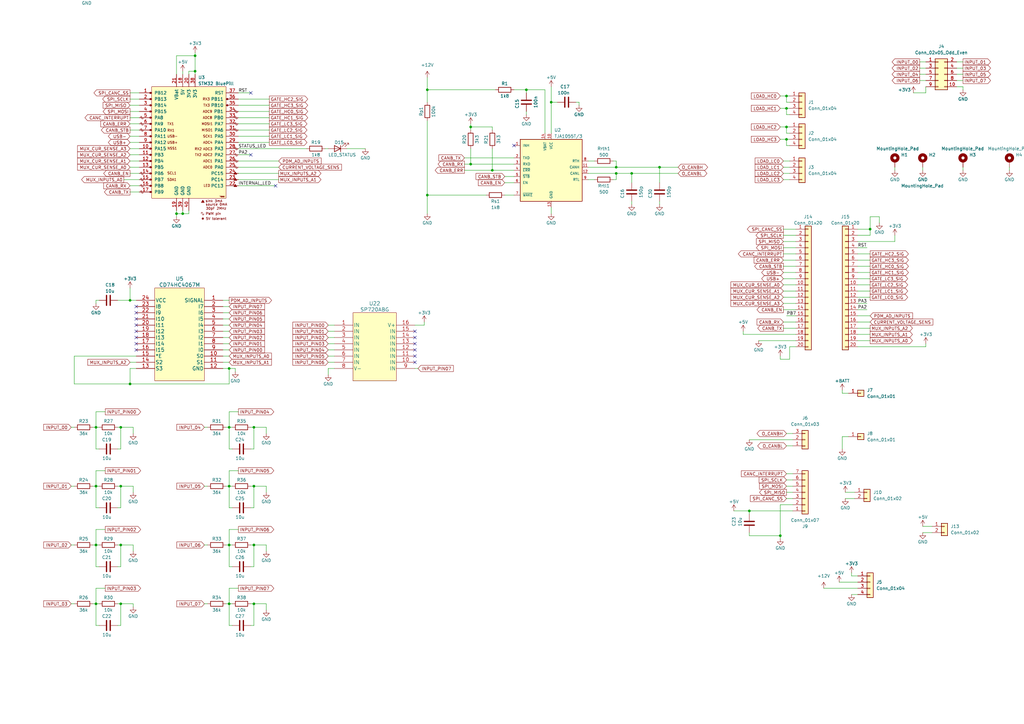
<source format=kicad_sch>
(kicad_sch (version 20230121) (generator eeschema)
  (paper "A3")
  (junction (at 288.29 -24.13))
  (junction (at 39.37 223.52))
  (junction (at 655.32 93.98))
  (junction (at 116.84 -20.32))
  (junction (at 203.2 -57.15))
  (junction (at 11.43 -10.16))
  (junction (at 116.84 -10.16))
  (junction (at 541.02 81.28))
  (junction (at 770.89 142.24))
  (junction (at 339.09 -39.37))
  (junction (at 104.14 175.26))
  (junction (at 252.73 68.58))
  (junction (at 496.57 55.88))
  (junction (at 356.87 93.98))
  (junction (at 770.89 132.08))
  (junction (at 655.32 74.93))
  (junction (at 462.28 68.58))
  (junction (at 577.85 63.5))
  (junction (at 558.8 107.95))
  (junction (at 252.73 71.12))
  (junction (at 93.98 151.13))
  (junction (at 655.32 163.83))
  (junction (at 655.32 81.28))
  (junction (at 215.9 36.83))
  (junction (at 541.02 180.34))
  (junction (at 21.59 -20.32))
  (junction (at 49.53 175.26))
  (junction (at 49.53 -20.32))
  (junction (at 480.06 67.31))
  (junction (at 322.58 52.07))
  (junction (at 496.57 66.04))
  (junction (at 462.28 81.28))
  (junction (at 288.29 -11.43))
  (junction (at 734.06 76.2))
  (junction (at 320.04 219.71))
  (junction (at 360.68 -24.13))
  (junction (at 369.57 -24.13))
  (junction (at 93.98 175.26))
  (junction (at 734.06 60.96))
  (junction (at 294.64 -11.43))
  (junction (at 655.32 100.33))
  (junction (at 736.6 191.77))
  (junction (at 226.06 41.91))
  (junction (at 541.02 97.79))
  (junction (at 39.37 199.39))
  (junction (at 734.06 100.33))
  (junction (at 673.1 109.22))
  (junction (at 756.92 191.77))
  (junction (at 751.84 109.22))
  (junction (at 495.3 135.89))
  (junction (at 734.06 93.98))
  (junction (at 736.6 163.83))
  (junction (at 74.93 87.63))
  (junction (at 421.64 -41.91))
  (junction (at 175.26 36.83))
  (junction (at 60.96 -20.32))
  (junction (at 53.34 123.19))
  (junction (at 378.46 -11.43))
  (junction (at 736.6 176.53))
  (junction (at 193.04 67.31))
  (junction (at 690.88 142.24))
  (junction (at 270.51 68.58))
  (junction (at 690.88 132.08))
  (junction (at 80.01 22.86))
  (junction (at 681.99 48.26))
  (junction (at 259.08 71.12))
  (junction (at 655.32 62.23))
  (junction (at 461.01 180.34))
  (junction (at 294.64 -24.13))
  (junction (at 736.6 182.88))
  (junction (at 307.34 209.55))
  (junction (at 375.92 -11.43))
  (junction (at 655.32 109.22))
  (junction (at 72.39 87.63))
  (junction (at 655.32 182.88))
  (junction (at 690.88 48.26))
  (junction (at 655.32 143.51))
  (junction (at 35.56 -6.35))
  (junction (at 461.01 189.23))
  (junction (at 39.37 247.65))
  (junction (at 734.06 109.22))
  (junction (at 39.37 175.26))
  (junction (at 11.43 -22.86))
  (junction (at 462.28 107.95))
  (junction (at 93.98 247.65))
  (junction (at 486.41 135.89))
  (junction (at 655.32 176.53))
  (junction (at 322.58 57.15))
  (junction (at 93.98 223.52))
  (junction (at 193.04 52.07))
  (junction (at 201.93 69.85))
  (junction (at 541.02 151.13))
  (junction (at 49.53 223.52))
  (junction (at 655.32 157.48))
  (junction (at 462.28 97.79))
  (junction (at 487.68 55.88))
  (junction (at 49.53 247.65))
  (junction (at 495.3 146.05))
  (junction (at 35.56 -10.16))
  (junction (at 461.01 151.13))
  (junction (at 673.1 191.77))
  (junction (at 322.58 44.45))
  (junction (at 759.46 49.53))
  (junction (at 93.98 199.39))
  (junction (at 55.88 -20.32))
  (junction (at 130.81 -10.16))
  (junction (at 574.04 138.43))
  (junction (at 243.84 -29.21))
  (junction (at 577.85 53.34))
  (junction (at 568.96 53.34))
  (junction (at 768.35 59.69))
  (junction (at 478.79 189.23))
  (junction (at 736.6 157.48))
  (junction (at 104.14 199.39))
  (junction (at 49.53 199.39))
  (junction (at 421.64 -39.37))
  (junction (at 762 132.08))
  (junction (at 175.26 80.01))
  (junction (at 574.04 148.59))
  (junction (at -8.89 -24.13))
  (junction (at 681.99 132.08))
  (junction (at 768.35 49.53))
  (junction (at 736.6 143.51))
  (junction (at -8.89 -20.32))
  (junction (at 655.32 191.77))
  (junction (at 53.34 157.48))
  (junction (at 11.43 -20.32))
  (junction (at 339.09 -41.91))
  (junction (at 279.4 -24.13))
  (junction (at 734.06 81.28))
  (junction (at 104.14 247.65))
  (junction (at 322.58 39.37))
  (junction (at 49.53 -10.16))
  (junction (at 21.59 -10.16))
  (junction (at 375.92 -24.13))
  (junction (at 144.78 -20.32))
  (junction (at 541.02 107.95))
  (junction (at 369.57 -11.43))
  (junction (at 104.14 223.52))
  (junction (at 541.02 68.58))
  (junction (at 690.88 58.42))
  (junction (at 461.01 163.83))
  (junction (at 541.02 189.23))
  (junction (at 80.01 29.21))
  (junction (at 478.79 107.95))
  (junction (at 558.8 189.23))
  (junction (at 565.15 138.43))
  (junction (at 541.02 163.83))
  (no_connect (at 55.88 135.89))
  (no_connect (at 297.18 -44.45))
  (no_connect (at 113.03 76.2))
  (no_connect (at 170.18 138.43))
  (no_connect (at 55.88 133.35))
  (no_connect (at 55.88 143.51))
  (no_connect (at 102.87 38.1))
  (no_connect (at 102.87 63.5))
  (no_connect (at 378.46 -36.83))
  (no_connect (at 378.46 -39.37))
  (no_connect (at 170.18 148.59))
  (no_connect (at 55.88 138.43))
  (no_connect (at 210.82 59.69))
  (no_connect (at 297.18 -36.83))
  (no_connect (at 297.18 -41.91))
  (no_connect (at 297.18 -39.37))
  (no_connect (at 378.46 -44.45))
  (no_connect (at 170.18 140.97))
  (no_connect (at 55.88 140.97))
  (no_connect (at 55.88 125.73))
  (no_connect (at 55.88 130.81))
  (no_connect (at 170.18 146.05))
  (no_connect (at 170.18 135.89))
  (no_connect (at 378.46 -41.91))
  (no_connect (at 170.18 143.51))
  (no_connect (at 55.88 128.27))
  (wire (pts (xy 487.68 55.88) (xy 480.06 55.88)))
  (wire (pts (xy 558.8 107.95) (xy 562.61 107.95)))
  (wire (pts (xy 461.01 180.34) (xy 467.36 180.34)))
  (wire (pts (xy 243.84 -49.53) (xy 241.3 -49.53)))
  (wire (pts (xy 48.26 184.15) (xy 49.53 184.15)))
  (wire (pts (xy 11.43 -20.32) (xy 21.59 -20.32)))
  (wire (pts (xy 53.34 68.58) (xy 57.15 68.58)))
  (wire (pts (xy 102.87 256.54) (xy 104.14 256.54)))
  (wire (pts (xy 72.39 22.86) (xy 80.01 22.86)))
  (wire (pts (xy 655.32 176.53) (xy 655.32 182.88)))
  (wire (pts (xy 21.59 -20.32) (xy 21.59 -19.05)))
  (wire (pts (xy 93.98 217.17) (xy 93.98 223.52)))
  (wire (pts (xy 544.83 154.94) (xy 552.45 154.94)))
  (wire (pts (xy 565.15 147.32) (xy 565.15 148.59)))
  (wire (pts (xy 375.92 -57.15) (xy 378.46 -57.15)))
  (wire (pts (xy 102.87 208.28) (xy 104.14 208.28)))
  (wire (pts (xy 91.44 125.73) (xy 93.98 125.73)))
  (wire (pts (xy 321.31 73.66) (xy 323.85 73.66)))
  (wire (pts (xy 541.02 78.74) (xy 541.02 81.28)))
  (wire (pts (xy 759.46 49.53) (xy 750.57 49.53)))
  (wire (pts (xy 756.92 191.77) (xy 758.19 191.77)))
  (wire (pts (xy 53.34 151.13) (xy 53.34 157.48)))
  (wire (pts (xy 553.72 107.95) (xy 558.8 107.95)))
  (wire (pts (xy 421.64 -39.37) (xy 421.64 -36.83)))
  (wire (pts (xy 690.88 142.24) (xy 690.88 143.51)))
  (wire (pts (xy 762 142.24) (xy 770.89 142.24)))
  (wire (pts (xy 321.31 127) (xy 326.39 127)))
  (wire (pts (xy 750.57 49.53) (xy 750.57 60.96)))
  (wire (pts (xy 645.16 87.63) (xy 647.7 87.63)))
  (wire (pts (xy 53.34 60.96) (xy 57.15 60.96)))
  (wire (pts (xy 54.61 248.92) (xy 54.61 247.65)))
  (wire (pts (xy 349.25 243.84) (xy 351.79 243.84)))
  (wire (pts (xy 462.28 81.28) (xy 462.28 83.82)))
  (wire (pts (xy 251.46 66.04) (xy 252.73 66.04)))
  (wire (pts (xy 356.87 114.3) (xy 351.79 114.3)))
  (wire (pts (xy 93.98 241.3) (xy 93.98 247.65)))
  (wire (pts (xy 72.39 87.63) (xy 74.93 87.63)))
  (wire (pts (xy 736.6 157.48) (xy 740.41 157.48)))
  (wire (pts (xy 252.73 73.66) (xy 252.73 71.12)))
  (wire (pts (xy 736.6 176.53) (xy 736.6 182.88)))
  (wire (pts (xy 279.4 -11.43) (xy 288.29 -11.43)))
  (wire (pts (xy 574.04 139.7) (xy 574.04 138.43)))
  (wire (pts (xy 684.53 109.22) (xy 688.34 109.22)))
  (wire (pts (xy 421.64 -57.15) (xy 419.1 -57.15)))
  (wire (pts (xy 394.97 68.58) (xy 394.97 69.85)))
  (wire (pts (xy 49.53 -20.32) (xy 55.88 -20.32)))
  (wire (pts (xy 49.53 247.65) (xy 49.53 256.54)))
  (wire (pts (xy 655.32 93.98) (xy 655.32 100.33)))
  (wire (pts (xy 38.1 223.52) (xy 39.37 223.52)))
  (wire (pts (xy 137.16 151.13) (xy 134.62 151.13)))
  (wire (pts (xy 323.85 142.24) (xy 326.39 142.24)))
  (wire (pts (xy 486.41 144.78) (xy 486.41 146.05)))
  (wire (pts (xy 72.39 87.63) (xy 72.39 88.9)))
  (wire (pts (xy 48.26 199.39) (xy 49.53 199.39)))
  (wire (pts (xy 321.31 114.3) (xy 326.39 114.3)))
  (wire (pts (xy 77.47 86.36) (xy 77.47 87.63)))
  (wire (pts (xy 392.43 30.48) (xy 394.97 30.48)))
  (wire (pts (xy 490.22 157.48) (xy 492.76 157.48)))
  (wire (pts (xy 39.37 208.28) (xy 39.37 199.39)))
  (wire (pts (xy 39.37 199.39) (xy 40.64 199.39)))
  (wire (pts (xy 421.64 -52.07) (xy 419.1 -52.07)))
  (wire (pts (xy 203.2 -54.61) (xy 205.74 -54.61)))
  (wire (pts (xy 369.57 -11.43) (xy 360.68 -11.43)))
  (wire (pts (xy 375.92 -11.43) (xy 378.46 -11.43)))
  (wire (pts (xy 259.08 82.55) (xy 259.08 83.82)))
  (wire (pts (xy 737.87 76.2) (xy 737.87 71.12)))
  (wire (pts (xy 180.34 -22.86) (xy 243.84 -22.86)))
  (wire (pts (xy 655.32 72.39) (xy 655.32 74.93)))
  (wire (pts (xy 322.58 46.99) (xy 322.58 44.45)))
  (wire (pts (xy 39.37 123.19) (xy 39.37 124.46)))
  (wire (pts (xy 680.72 92.71) (xy 680.72 93.98)))
  (wire (pts (xy 130.81 -10.16) (xy 144.78 -10.16)))
  (wire (pts (xy 770.89 140.97) (xy 770.89 142.24)))
  (wire (pts (xy 175.26 49.53) (xy 175.26 80.01)))
  (wire (pts (xy 736.6 154.94) (xy 736.6 157.48)))
  (wire (pts (xy 655.32 100.33) (xy 655.32 109.22)))
  (wire (pts (xy 322.58 52.07) (xy 323.85 52.07)))
  (wire (pts (xy 768.35 58.42) (xy 768.35 59.69)))
  (wire (pts (xy 740.41 148.59) (xy 748.03 148.59)))
  (wire (pts (xy 553.72 97.79) (xy 562.61 97.79)))
  (wire (pts (xy 461.01 163.83) (xy 461.01 166.37)))
  (wire (pts (xy 462.28 64.77) (xy 462.28 68.58)))
  (wire (pts (xy 35.56 -3.81) (xy 35.56 -6.35)))
  (wire (pts (xy 322.58 59.69) (xy 322.58 57.15)))
  (wire (pts (xy 53.34 38.1) (xy 57.15 38.1)))
  (wire (pts (xy 203.2 -36.83) (xy 205.74 -36.83)))
  (wire (pts (xy 102.87 175.26) (xy 104.14 175.26)))
  (wire (pts (xy 337.82 -39.37) (xy 339.09 -39.37)))
  (wire (pts (xy 210.82 36.83) (xy 215.9 36.83)))
  (wire (pts (xy 734.06 81.28) (xy 764.54 81.28)))
  (wire (pts (xy 102.87 232.41) (xy 104.14 232.41)))
  (wire (pts (xy 321.31 93.98) (xy 326.39 93.98)))
  (wire (pts (xy 193.04 52.07) (xy 193.04 53.34)))
  (wire (pts (xy 321.31 111.76) (xy 326.39 111.76)))
  (wire (pts (xy 39.37 193.04) (xy 43.18 193.04)))
  (wire (pts (xy 53.34 71.12) (xy 57.15 71.12)))
  (wire (pts (xy 104.14 223.52) (xy 109.22 223.52)))
  (wire (pts (xy 736.6 137.16) (xy 736.6 143.51)))
  (wire (pts (xy 495.3 146.05) (xy 495.3 147.32)))
  (wire (pts (xy 414.02 68.58) (xy 414.02 69.85)))
  (wire (pts (xy 748.03 109.22) (xy 751.84 109.22)))
  (wire (pts (xy -8.89 -10.16) (xy 11.43 -10.16)))
  (wire (pts (xy 737.87 71.12) (xy 745.49 71.12)))
  (wire (pts (xy 48.26 232.41) (xy 49.53 232.41)))
  (wire (pts (xy 39.37 232.41) (xy 39.37 223.52)))
  (wire (pts (xy 768.35 59.69) (xy 768.35 60.96)))
  (wire (pts (xy 655.32 116.84) (xy 657.86 116.84)))
  (wire (pts (xy 367.03 96.52) (xy 367.03 99.06)))
  (wire (pts (xy 201.93 53.34) (xy 201.93 52.07)))
  (wire (pts (xy 321.31 96.52) (xy 326.39 96.52)))
  (wire (pts (xy 541.02 163.83) (xy 541.02 166.37)))
  (wire (pts (xy 379.73 38.1) (xy 374.65 38.1)))
  (wire (pts (xy 734.06 58.42) (xy 734.06 60.96)))
  (wire (pts (xy 72.39 86.36) (xy 72.39 87.63)))
  (wire (pts (xy 541.02 115.57) (xy 543.56 115.57)))
  (wire (pts (xy 294.64 -57.15) (xy 297.18 -57.15)))
  (wire (pts (xy 360.68 -11.43) (xy 360.68 -13.97)))
  (wire (pts (xy 134.62 151.13) (xy 134.62 153.67)))
  (wire (pts (xy 379.73 35.56) (xy 379.73 38.1)))
  (wire (pts (xy 375.92 -52.07) (xy 378.46 -52.07)))
  (wire (pts (xy 561.34 115.57) (xy 558.8 115.57)))
  (wire (pts (xy 323.85 46.99) (xy 322.58 46.99)))
  (wire (pts (xy 734.06 72.39) (xy 734.06 76.2)))
  (wire (pts (xy 464.82 115.57) (xy 462.28 115.57)))
  (wire (pts (xy 29.21 223.52) (xy 30.48 223.52)))
  (wire (pts (xy 39.37 168.91) (xy 43.18 168.91)))
  (wire (pts (xy 91.44 143.51) (xy 93.98 143.51)))
  (wire (pts (xy 734.06 60.96) (xy 737.87 60.96)))
  (wire (pts (xy 320.04 52.07) (xy 322.58 52.07)))
  (wire (pts (xy 39.37 223.52) (xy 40.64 223.52)))
  (wire (pts (xy 466.09 160.02) (xy 474.98 160.02)))
  (wire (pts (xy 561.34 196.85) (xy 558.8 196.85)))
  (wire (pts (xy 173.99 132.08) (xy 173.99 133.35)))
  (wire (pts (xy 205.74 -57.15) (xy 203.2 -57.15)))
  (wire (pts (xy 486.41 135.89) (xy 486.41 137.16)))
  (wire (pts (xy 673.1 109.22) (xy 673.1 116.84)))
  (wire (pts (xy 351.79 236.22) (xy 349.25 236.22)))
  (wire (pts (xy 177.8 -57.15) (xy 203.2 -57.15)))
  (wire (pts (xy 496.57 55.88) (xy 487.68 55.88)))
  (wire (pts (xy 544.83 68.58) (xy 544.83 72.39)))
  (wire (pts (xy 645.16 170.18) (xy 647.7 170.18)))
  (wire (pts (xy 759.46 59.69) (xy 768.35 59.69)))
  (wire (pts (xy 116.84 -20.32) (xy 120.65 -20.32)))
  (wire (pts (xy 736.6 182.88) (xy 742.95 182.88)))
  (wire (pts (xy 568.96 63.5) (xy 577.85 63.5)))
  (wire (pts (xy 349.25 236.22) (xy 349.25 234.95)))
  (wire (pts (xy 774.7 170.18) (xy 777.24 170.18)))
  (wire (pts (xy 669.29 191.77) (xy 673.1 191.77)))
  (wire (pts (xy 736.6 163.83) (xy 767.08 163.83)))
  (wire (pts (xy 740.41 143.51) (xy 740.41 148.59)))
  (wire (pts (xy 241.3 73.66) (xy 243.84 73.66)))
  (wire (pts (xy 97.79 45.72) (xy 110.49 45.72)))
  (wire (pts (xy 577.85 63.5) (xy 577.85 64.77)))
  (wire (pts (xy 764.54 92.71) (xy 764.54 93.98)))
  (wire (pts (xy 35.56 -12.7) (xy 35.56 -10.16)))
  (wire (pts (xy 659.13 74.93) (xy 659.13 71.12)))
  (wire (pts (xy 759.46 49.53) (xy 759.46 50.8)))
  (wire (pts (xy 93.98 151.13) (xy 96.52 151.13)))
  (wire (pts (xy 300.99 209.55) (xy 307.34 209.55)))
  (wire (pts (xy 11.43 -10.16) (xy 21.59 -10.16)))
  (wire (pts (xy 307.34 219.71) (xy 320.04 219.71)))
  (wire (pts (xy 93.98 256.54) (xy 93.98 247.65)))
  (wire (pts (xy 655.32 100.33) (xy 661.67 100.33)))
  (wire (pts (xy 91.44 146.05) (xy 93.98 146.05)))
  (wire (pts (xy 681.99 57.15) (xy 681.99 58.42)))
  (wire (pts (xy 762 132.08) (xy 753.11 132.08)))
  (wire (pts (xy -8.89 -19.05) (xy -8.89 -20.32)))
  (wire (pts (xy 378.46 -24.13) (xy 375.92 -24.13)))
  (wire (pts (xy 97.79 60.96) (xy 125.73 60.96)))
  (wire (pts (xy 375.92 -11.43) (xy 375.92 -10.16)))
  (wire (pts (xy 50.8 73.66) (xy 57.15 73.66)))
  (wire (pts (xy 93.98 232.41) (xy 93.98 223.52)))
  (wire (pts (xy 367.03 99.06) (xy 351.79 99.06)))
  (wire (pts (xy 541.02 189.23) (xy 541.02 196.85)))
  (wire (pts (xy 346.71 201.93) (xy 350.52 201.93)))
  (wire (pts (xy 109.22 247.65) (xy 109.22 250.19)))
  (wire (pts (xy 40.64 232.41) (xy 39.37 232.41)))
  (wire (pts (xy 93.98 168.91) (xy 97.79 168.91)))
  (wire (pts (xy -8.89 -20.32) (xy -1.27 -20.32)))
  (wire (pts (xy 297.18 -21.59) (xy 294.64 -21.59)))
  (wire (pts (xy 734.06 109.22) (xy 734.06 116.84)))
  (wire (pts (xy 270.51 82.55) (xy 270.51 83.82)))
  (wire (pts (xy 356.87 106.68) (xy 351.79 106.68)))
  (wire (pts (xy 279.4 -13.97) (xy 279.4 -11.43)))
  (wire (pts (xy 259.08 71.12) (xy 278.13 71.12)))
  (wire (pts (xy 201.93 69.85) (xy 210.82 69.85)))
  (wire (pts (xy 337.82 -41.91) (xy 339.09 -41.91)))
  (wire (pts (xy 137.16 148.59) (xy 134.62 148.59)))
  (wire (pts (xy 419.1 -44.45) (xy 421.64 -44.45)))
  (wire (pts (xy 49.53 199.39) (xy 49.53 208.28)))
  (wire (pts (xy 104.14 199.39) (xy 109.22 199.39)))
  (wire (pts (xy 241.3 -36.83) (xy 243.84 -36.83)))
  (wire (pts (xy 339.09 -41.91) (xy 342.9 -41.91)))
  (wire (pts (xy 567.69 157.48) (xy 570.23 157.48)))
  (wire (pts (xy 60.96 -10.16) (xy 49.53 -10.16)))
  (wire (pts (xy 351.79 142.24) (xy 379.73 142.24)))
  (wire (pts (xy 461.01 151.13) (xy 466.09 151.13)))
  (wire (pts (xy 356.87 88.9) (xy 360.68 88.9)))
  (wire (pts (xy 91.44 135.89) (xy 93.98 135.89)))
  (wire (pts (xy 321.31 116.84) (xy 326.39 116.84)))
  (wire (pts (xy 60.96 -11.43) (xy 60.96 -10.16)))
  (wire (pts (xy 763.27 100.33) (xy 767.08 100.33)))
  (wire (pts (xy 203.2 -58.42) (xy 203.2 -57.15)))
  (wire (pts (xy 83.82 175.26) (xy 85.09 175.26)))
  (wire (pts (xy 480.06 55.88) (xy 480.06 67.31)))
  (wire (pts (xy 655.32 109.22) (xy 661.67 109.22)))
  (wire (pts (xy 541.02 147.32) (xy 541.02 151.13)))
  (wire (pts (xy 322.58 182.88) (xy 325.12 182.88)))
  (wire (pts (xy 541.02 180.34) (xy 541.02 189.23)))
  (wire (pts (xy 461.01 161.29) (xy 461.01 163.83)))
  (wire (pts (xy 673.1 109.22) (xy 676.91 109.22)))
  (wire (pts (xy 259.08 71.12) (xy 259.08 74.93)))
  (wire (pts (xy 681.99 132.08) (xy 671.83 132.08)))
  (wire (pts (xy 462.28 97.79) (xy 462.28 107.95)))
  (wire (pts (xy 736.6 143.51) (xy 740.41 143.51)))
  (wire (pts (xy 321.31 71.12) (xy 323.85 71.12)))
  (wire (pts (xy 680.72 175.26) (xy 680.72 176.53)))
  (wire (pts (xy 109.22 199.39) (xy 109.22 201.93)))
  (wire (pts (xy 251.46 73.66) (xy 252.73 73.66)))
  (wire (pts (xy 480.06 67.31) (xy 480.06 68.58)))
  (wire (pts (xy 279.4 -24.13) (xy 279.4 -21.59)))
  (wire (pts (xy 53.34 43.18) (xy 57.15 43.18)))
  (wire (pts (xy 462.28 97.79) (xy 467.36 97.79)))
  (wire (pts (xy 378.46 -21.59) (xy 375.92 -21.59)))
  (wire (pts (xy 360.68 -25.4) (xy 360.68 -24.13)))
  (wire (pts (xy 91.44 148.59) (xy 93.98 148.59)))
  (wire (pts (xy 33.02 -3.81) (xy 33.02 -6.35)))
  (wire (pts (xy 377.19 30.48) (xy 379.73 30.48)))
  (wire (pts (xy 690.88 133.35) (xy 690.88 132.08)))
  (wire (pts (xy 340.36 -52.07) (xy 337.82 -52.07)))
  (wire (pts (xy 83.82 247.65) (xy 85.09 247.65)))
  (wire (pts (xy 90.17 -20.32) (xy 97.79 -20.32)))
  (wire (pts (xy 655.32 182.88) (xy 660.4 182.88)))
  (wire (pts (xy 223.52 36.83) (xy 223.52 54.61)))
  (wire (pts (xy 175.26 80.01) (xy 175.26 87.63)))
  (wire (pts (xy 130.81 -12.7) (xy 130.81 -10.16)))
  (wire (pts (xy 541.02 153.67) (xy 541.02 151.13)))
  (wire (pts (xy 768.35 46.99) (xy 768.35 49.53)))
  (wire (pts (xy 690.88 45.72) (xy 690.88 48.26)))
  (wire (pts (xy 53.34 66.04) (xy 57.15 66.04)))
  (wire (pts (xy 740.41 153.67) (xy 748.03 153.67)))
  (wire (pts (xy 678.18 199.39) (xy 673.1 199.39)))
  (wire (pts (xy 762 140.97) (xy 762 142.24)))
  (wire (pts (xy 320.04 147.32) (xy 323.85 147.32)))
  (wire (pts (xy 737.87 60.96) (xy 737.87 66.04)))
  (wire (pts (xy 541.02 64.77) (xy 541.02 68.58)))
  (wire (pts (xy 541.02 176.53) (xy 541.02 180.34)))
  (wire (pts (xy 734.06 100.33) (xy 740.41 100.33)))
  (wire (pts (xy 360.68 88.9) (xy 360.68 91.44)))
  (wire (pts (xy 116.84 -8.89) (xy 116.84 -10.16)))
  (wire (pts (xy 756.92 191.77) (xy 756.92 199.39)))
  (wire (pts (xy 339.09 -36.83) (xy 339.09 -39.37)))
  (wire (pts (xy 93.98 175.26) (xy 95.25 175.26)))
  (wire (pts (xy 474.98 189.23) (xy 478.79 189.23)))
  (wire (pts (xy 53.34 50.8) (xy 57.15 50.8)))
  (wire (pts (xy 193.04 50.8) (xy 193.04 52.07)))
  (wire (pts (xy 655.32 137.16) (xy 655.32 143.51)))
  (wire (pts (xy 570.23 180.34) (xy 575.31 180.34)))
  (wire (pts (xy 491.49 180.34) (xy 495.3 180.34)))
  (wire (pts (xy 207.01 74.93) (xy 210.82 74.93)))
  (wire (pts (xy 655.32 74.93) (xy 655.32 81.28)))
  (wire (pts (xy 541.02 107.95) (xy 541.02 115.57)))
  (wire (pts (xy 321.31 109.22) (xy 326.39 109.22)))
  (wire (pts (xy 193.04 67.31) (xy 210.82 67.31)))
  (wire (pts (xy 759.46 58.42) (xy 759.46 59.69)))
  (wire (pts (xy 345.44 161.29) (xy 347.98 161.29)))
  (wire (pts (xy 241.3 -39.37) (xy 243.84 -39.37)))
  (wire (pts (xy 140.97 -20.32) (xy 144.78 -20.32)))
  (wire (pts (xy 53.34 63.5) (xy 57.15 63.5)))
  (wire (pts (xy 137.16 146.05) (xy 134.62 146.05)))
  (wire (pts (xy 321.31 66.04) (xy 323.85 66.04)))
  (wire (pts (xy 288.29 -24.13) (xy 294.64 -24.13)))
  (wire (pts (xy 462.28 107.95) (xy 467.36 107.95)))
  (wire (pts (xy 104.14 175.26) (xy 109.22 175.26)))
  (wire (pts (xy 659.13 157.48) (xy 659.13 153.67)))
  (wire (pts (xy 668.02 182.88) (xy 676.91 182.88)))
  (wire (pts (xy 340.36 -54.61) (xy 337.82 -54.61)))
  (wire (pts (xy 570.23 97.79) (xy 575.31 97.79)))
  (wire (pts (xy 392.43 27.94) (xy 394.97 27.94)))
  (wire (pts (xy 40.64 184.15) (xy 39.37 184.15)))
  (wire (pts (xy 655.32 92.71) (xy 655.32 93.98)))
  (wire (pts (xy 104.14 223.52) (xy 104.14 232.41)))
  (wire (pts (xy 421.64 -39.37) (xy 421.64 -41.91)))
  (wire (pts (xy 659.13 62.23) (xy 659.13 66.04)))
  (wire (pts (xy -8.89 -24.13) (xy -8.89 -20.32)))
  (wire (pts (xy 26.67 -3.81) (xy 33.02 -3.81)))
  (wire (pts (xy 681.99 151.13) (xy 684.53 151.13)))
  (wire (pts (xy 768.35 50.8) (xy 768.35 49.53)))
  (wire (pts (xy 734.06 116.84) (xy 736.6 116.84)))
  (wire (pts (xy 351.79 134.62) (xy 356.87 134.62)))
  (wire (pts (xy 48.26 208.28) (xy 49.53 208.28)))
  (wire (pts (xy 294.64 -13.97) (xy 297.18 -13.97)))
  (wire (pts (xy 35.56 -6.35) (xy 35.56 -10.16)))
  (wire (pts (xy 320.04 44.45) (xy 322.58 44.45)))
  (wire (pts (xy 337.82 241.3) (xy 351.79 241.3)))
  (wire (pts (xy 321.31 101.6) (xy 326.39 101.6)))
  (wire (pts (xy 76.2 -20.32) (xy 82.55 -20.32)))
  (wire (pts (xy 294.64 -13.97) (xy 294.64 -11.43)))
  (wire (pts (xy 487.68 64.77) (xy 487.68 66.04)))
  (wire (pts (xy 690.88 49.53) (xy 690.88 48.26)))
  (wire (pts (xy 356.87 88.9) (xy 356.87 93.98)))
  (wire (pts (xy 91.44 133.35) (xy 93.98 133.35)))
  (wire (pts (xy 655.32 143.51) (xy 655.32 147.32)))
  (wire (pts (xy 53.34 118.11) (xy 53.34 123.19)))
  (wire (pts (xy 72.39 30.48) (xy 72.39 22.86)))
  (wire (pts (xy 673.1 191.77) (xy 676.91 191.77)))
  (wire (pts (xy 243.84 -31.75) (xy 241.3 -31.75)))
  (wire (pts (xy 461.01 176.53) (xy 461.01 180.34)))
  (wire (pts (xy 11.43 -22.86) (xy 11.43 -20.32)))
  (wire (pts (xy 226.06 35.56) (xy 226.06 41.91)))
  (wire (pts (xy 577.85 50.8) (xy 577.85 53.34)))
  (wire (pts (xy 190.5 64.77) (xy 210.82 64.77)))
  (wire (pts (xy 544.83 163.83) (xy 544.83 160.02)))
  (wire (pts (xy 369.57 -11.43) (xy 375.92 -11.43)))
  (wire (pts (xy 97.79 40.64) (xy 110.49 40.64)))
  (wire (pts (xy 369.57 -24.13) (xy 369.57 -21.59)))
  (wire (pts (xy 351.79 137.16) (xy 356.87 137.16)))
  (wire (pts (xy 53.34 78.74) (xy 57.15 78.74)))
  (wire (pts (xy 83.82 223.52) (xy 85.09 223.52)))
  (wire (pts (xy 690.88 57.15) (xy 690.88 58.42)))
  (wire (pts (xy 49.53 223.52) (xy 49.53 232.41)))
  (wire (pts (xy 486.41 135.89) (xy 480.06 135.89)))
  (wire (pts (xy 48.26 123.19) (xy 53.34 123.19)))
  (wire (pts (xy 322.58 54.61) (xy 322.58 52.07)))
  (wire (pts (xy 97.79 73.66) (xy 114.3 73.66)))
  (wire (pts (xy 553.72 189.23) (xy 558.8 189.23)))
  (wire (pts (xy 734.06 76.2) (xy 737.87 76.2)))
  (wire (pts (xy 6.35 -20.32) (xy 11.43 -20.32)))
  (wire (pts (xy 48.26 175.26) (xy 49.53 175.26)))
  (wire (pts (xy 378.46 68.58) (xy 378.46 69.85)))
  (wire (pts (xy 659.13 71.12) (xy 666.75 71.12)))
  (wire (pts (xy 49.53 -20.32) (xy 49.53 -19.05)))
  (wire (pts (xy 11.43 -20.32) (xy 11.43 -19.05)))
  (wire (pts (xy 304.8 137.16) (xy 326.39 137.16)))
  (wire (pts (xy 175.26 36.83) (xy 175.26 41.91)))
  (wire (pts (xy 655.32 163.83) (xy 655.32 165.1)))
  (wire (pts (xy 751.84 109.22) (xy 755.65 109.22)))
  (wire (pts (xy 323.85 147.32) (xy 323.85 142.24)))
  (wire (pts (xy 736.6 157.48) (xy 736.6 163.83)))
  (wire (pts (xy 767.08 175.26) (xy 767.08 176.53)))
  (wire (pts (xy 655.32 81.28) (xy 655.32 82.55)))
  (wire (pts (xy 322.58 199.39) (xy 325.12 199.39)))
  (wire (pts (xy 74.93 29.21) (xy 74.93 30.48)))
  (wire (pts (xy 466.09 160.02) (xy 466.09 163.83)))
  (wire (pts (xy 767.08 165.1) (xy 767.08 163.83)))
  (wire (pts (xy 764.54 82.55) (xy 764.54 81.28)))
  (wire (pts (xy 241.3 -34.29) (xy 243.84 -34.29)))
  (wire (pts (xy 270.51 68.58) (xy 270.51 74.93)))
  (wire (pts (xy 93.98 151.13) (xy 91.44 151.13)))
  (wire (pts (xy -8.89 -11.43) (xy -8.89 -10.16)))
  (wire (pts (xy 322.58 39.37) (xy 323.85 39.37)))
  (wire (pts (xy 734.06 109.22) (xy 740.41 109.22)))
  (wire (pts (xy 369.57 -24.13) (xy 360.68 -24.13)))
  (wire (pts (xy 21.59 -20.32) (xy 25.4 -20.32)))
  (wire (pts (xy 205.74 -34.29) (xy 180.34 -34.29)))
  (wire (pts (xy 462.28 68.58) (xy 466.09 68.58)))
  (wire (pts (xy 97.79 63.5) (xy 102.87 63.5)))
  (wire (pts (xy 53.34 48.26) (xy 57.15 48.26)))
  (wire (pts (xy 29.21 175.26) (xy 30.48 175.26)))
  (wire (pts (xy 478.79 107.95) (xy 483.87 107.95)))
  (wire (pts (xy 450.85 171.45) (xy 453.39 171.45)))
  (wire (pts (xy 655.32 157.48) (xy 659.13 157.48)))
  (wire (pts (xy 279.4 -25.4) (xy 279.4 -24.13)))
  (wire (pts (xy 577.85 53.34) (xy 568.96 53.34)))
  (wire (pts (xy 544.83 77.47) (xy 544.83 81.28)))
  (wire (pts (xy 39.37 256.54) (xy 39.37 247.65)))
  (wire (pts (xy 680.72 81.28) (xy 655.32 81.28)))
  (wire (pts (xy 759.46 199.39) (xy 756.92 199.39)))
  (wire (pts (xy 736.6 191.77) (xy 736.6 198.12)))
  (wire (pts (xy 80.01 29.21) (xy 80.01 30.48)))
  (wire (pts (xy 321.31 121.92) (xy 326.39 121.92)))
  (wire (pts (xy 680.72 93.98) (xy 655.32 93.98)))
  (wire (pts (xy 321.31 104.14) (xy 326.39 104.14)))
  (wire (pts (xy 345.44 184.15) (xy 345.44 179.07)))
  (wire (pts (xy 180.34 -34.29) (xy 180.34 -22.86)))
  (wire (pts (xy 177.8 -57.15) (xy 177.8 -54.61)))
  (wire (pts (xy 756.92 116.84) (xy 751.84 116.84)))
  (wire (pts (xy 763.27 109.22) (xy 767.08 109.22)))
  (wire (pts (xy 92.71 175.26) (xy 93.98 175.26)))
  (wire (pts (xy 203.2 -52.07) (xy 205.74 -52.07)))
  (wire (pts (xy 751.84 109.22) (xy 751.84 116.84)))
  (wire (pts (xy 321.31 106.68) (xy 326.39 106.68)))
  (wire (pts (xy 774.7 87.63) (xy 772.16 87.63)))
  (wire (pts (xy 294.64 -52.07) (xy 297.18 -52.07)))
  (wire (pts (xy 207.01 72.39) (xy 210.82 72.39)))
  (wire (pts (xy 93.98 168.91) (xy 93.98 175.26)))
  (wire (pts (xy 102.87 223.52) (xy 104.14 223.52)))
  (wire (pts (xy 655.32 154.94) (xy 655.32 157.48)))
  (wire (pts (xy 369.57 -24.13) (xy 375.92 -24.13)))
  (wire (pts (xy 655.32 157.48) (xy 655.32 163.83)))
  (wire (pts (xy 53.34 45.72) (xy 57.15 45.72)))
  (wire (pts (xy 496.57 57.15) (xy 496.57 55.88)))
  (wire (pts (xy 544.83 160.02) (xy 552.45 160.02)))
  (wire (pts (xy 655.32 58.42) (xy 655.32 62.23)))
  (wire (pts (xy 466.09 154.94) (xy 474.98 154.94)))
  (wire (pts (xy 765.81 191.77) (xy 769.62 191.77)))
  (wire (pts (xy 659.13 148.59) (xy 666.75 148.59)))
  (wire (pts (xy 574.04 147.32) (xy 574.04 148.59)))
  (wire (pts (xy 203.2 -49.53) (xy 205.74 -49.53)))
  (wire (pts (xy 190.5 67.31) (xy 193.04 67.31)))
  (wire (pts (xy 541.02 68.58) (xy 541.02 71.12)))
  (wire (pts (xy 541.02 196.85) (xy 543.56 196.85)))
  (wire (pts (xy 684.53 100.33) (xy 688.34 100.33)))
  (wire (pts (xy 478.79 189.23) (xy 483.87 189.23)))
  (wire (pts (xy 351.79 132.08) (xy 356.87 132.08)))
  (wire (pts (xy 30.48 146.05) (xy 30.48 157.48)))
  (wire (pts (xy 690.88 87.63) (xy 688.34 87.63)))
  (wire (pts (xy 320.04 219.71) (xy 320.04 220.98)))
  (wire (pts (xy -15.24 -24.13) (xy -8.89 -24.13)))
  (wire (pts (xy 144.78 -11.43) (xy 144.78 -10.16)))
  (wire (pts (xy 378.46 -13.97) (xy 378.46 -11.43)))
  (wire (pts (xy 95.25 184.15) (xy 93.98 184.15)))
  (wire (pts (xy 734.06 92.71) (xy 734.06 93.98)))
  (wire (pts (xy 241.3 68.58) (xy 252.73 68.58)))
  (wire (pts (xy 54.61 223.52) (xy 54.61 226.06)))
  (wire (pts (xy 421.64 -49.53) (xy 419.1 -49.53)))
  (wire (pts (xy 201.93 60.96) (xy 201.93 69.85)))
  (wire (pts (xy 541.02 97.79) (xy 541.02 107.95)))
  (wire (pts (xy 307.34 210.82) (xy 307.34 209.55)))
  (wire (pts (xy 104.14 247.65) (xy 104.14 256.54)))
  (wire (pts (xy 110.49 58.42) (xy 97.79 58.42)))
  (wire (pts (xy 466.09 72.39) (xy 466.09 68.58)))
  (wire (pts (xy 93.98 184.15) (xy 93.98 175.26)))
  (wire (pts (xy 307.34 180.34) (xy 325.12 180.34)))
  (wire (pts (xy 340.36 -57.15) (xy 337.82 -57.15)))
  (wire (pts (xy 91.44 123.19) (xy 93.98 123.19)))
  (wire (pts (xy 466.09 154.94) (xy 466.09 151.13)))
  (wire (pts (xy 541.02 93.98) (xy 541.02 97.79)))
  (wire (pts (xy 322.58 201.93) (xy 325.12 201.93)))
  (wire (pts (xy 116.84 -20.32) (xy 116.84 -19.05)))
  (wire (pts (xy 321.31 99.06) (xy 326.39 99.06)))
  (wire (pts (xy 574.04 138.43) (xy 565.15 138.43)))
  (wire (pts (xy 736.6 191.77) (xy 746.76 191.77)))
  (wire (pts (xy 35.56 -10.16) (xy 21.59 -10.16)))
  (wire (pts (xy 93.98 241.3) (xy 97.79 241.3)))
  (wire (pts (xy 11.43 -22.86) (xy 19.05 -22.86)))
  (wire (pts (xy 351.79 101.6) (xy 355.6 101.6)))
  (wire (pts (xy 339.09 -41.91) (xy 339.09 -44.45)))
  (wire (pts (xy 659.13 66.04) (xy 666.75 66.04)))
  (wire (pts (xy 684.53 191.77) (xy 688.34 191.77)))
  (wire (pts (xy 93.98 247.65) (xy 95.25 247.65)))
  (wire (pts (xy 474.98 180.34) (xy 483.87 180.34)))
  (wire (pts (xy 97.79 66.04) (xy 114.3 66.04)))
  (wire (pts (xy 137.16 138.43) (xy 134.62 138.43)))
  (wire (pts (xy 304.8 135.89) (xy 304.8 137.16)))
  (wire (pts (xy 360.68 -24.13) (xy 360.68 -21.59)))
  (wire (pts (xy 753.11 132.08) (xy 753.11 143.51)))
  (wire (pts (xy 655.32 74.93) (xy 659.13 74.93)))
  (wire (pts (xy 544.83 151.13) (xy 544.83 154.94)))
  (wire (pts (xy 321.31 132.08) (xy 326.39 132.08)))
  (wire (pts (xy 83.82 199.39) (xy 85.09 199.39)))
  (wire (pts (xy 54.61 175.26) (xy 54.61 177.8)))
  (wire (pts (xy 93.98 208.28) (xy 93.98 199.39)))
  (wire (pts (xy 350.52 204.47) (xy 346.71 204.47)))
  (wire (pts (xy 496.57 66.04) (xy 496.57 67.31)))
  (wire (pts (xy 144.78 -20.32) (xy 144.78 -19.05)))
  (wire (pts (xy 294.64 -54.61) (xy 297.18 -54.61)))
  (wire (pts (xy 39.37 241.3) (xy 43.18 241.3)))
  (wire (pts (xy 48.26 247.65) (xy 49.53 247.65)))
  (wire (pts (xy 568.96 62.23) (xy 568.96 63.5)))
  (wire (pts (xy 74.93 86.36) (xy 74.93 87.63)))
  (wire (pts (xy 544.83 68.58) (xy 541.02 68.58)))
  (wire (pts (xy 96.52 151.13) (xy 96.52 152.4)))
  (wire (pts (xy 577.85 54.61) (xy 577.85 53.34)))
  (wire (pts (xy 375.92 -24.13) (xy 375.92 -21.59)))
  (wire (pts (xy 462.28 93.98) (xy 462.28 97.79)))
  (wire (pts (xy 288.29 -11.43) (xy 294.64 -11.43)))
  (wire (pts (xy 243.84 -41.91) (xy 241.3 -41.91)))
  (wire (pts (xy 109.22 223.52) (xy 109.22 226.06)))
  (wire (pts (xy 48.26 256.54) (xy 49.53 256.54)))
  (wire (pts (xy 378.46 215.9) (xy 382.27 215.9)))
  (wire (pts (xy 421.64 -44.45) (xy 421.64 -41.91)))
  (wire (pts (xy 241.3 -57.15) (xy 243.84 -57.15)))
  (wire (pts (xy 723.9 87.63) (xy 726.44 87.63)))
  (wire (pts (xy 95.25 208.28) (xy 93.98 208.28)))
  (wire (pts (xy 734.06 60.96) (xy 734.06 64.77)))
  (wire (pts (xy 684.53 182.88) (xy 688.34 182.88)))
  (wire (pts (xy 33.02 -6.35) (xy 35.56 -6.35)))
  (wire (pts (xy 541.02 163.83) (xy 544.83 163.83)))
  (wire (pts (xy 419.1 -41.91) (xy 421.64 -41.91)))
  (wire (pts (xy 474.98 97.79) (xy 483.87 97.79)))
  (wire (pts (xy 356.87 121.92) (xy 351.79 121.92)))
  (wire (pts (xy 690.88 132.08) (xy 681.99 132.08)))
  (wire (pts (xy 109.22 175.26) (xy 109.22 177.8)))
  (wire (pts (xy 767.08 176.53) (xy 736.6 176.53)))
  (wire (pts (xy 737.87 66.04) (xy 745.49 66.04)))
  (wire (pts (xy 655.32 175.26) (xy 655.32 176.53)))
  (wire (pts (xy 320.04 207.01) (xy 320.04 219.71)))
  (wire (pts (xy 340.36 -49.53) (xy 337.82 -49.53)))
  (wire (pts (xy 320.04 39.37) (xy 322.58 39.37)))
  (wire (pts (xy 736.6 175.26) (xy 736.6 176.53)))
  (wire (pts (xy 207.01 80.01) (xy 210.82 80.01)))
  (wire (pts (xy 215.9 36.83) (xy 215.9 38.1)))
  (wire (pts (xy 571.5 189.23) (xy 575.31 189.23)))
  (wire (pts (xy 496.57 53.34) (xy 496.57 55.88)))
  (wire (pts (xy 93.98 223.52) (xy 95.25 223.52)))
  (wire (pts (xy 325.12 207.01) (xy 320.04 207.01)))
  (wire (pts (xy 137.16 143.51) (xy 134.62 143.51)))
  (wire (pts (xy 320.04 146.05) (xy 320.04 147.32)))
  (wire (pts (xy 39.37 193.04) (xy 39.37 199.39)))
  (wire (pts (xy 45.72 -20.32) (xy 49.53 -20.32)))
  (wire (pts (xy 137.16 133.35) (xy 134.62 133.35)))
  (wire (pts (xy 252.73 68.58) (xy 270.51 68.58)))
  (wire (pts (xy 80.01 22.86) (xy 80.01 29.21)))
  (wire (pts (xy 241.3 66.04) (xy 243.84 66.04)))
  (wire (pts (xy 322.58 204.47) (xy 325.12 204.47)))
  (wire (pts (xy 243.84 -46.99) (xy 241.3 -46.99)))
  (wire (pts (xy 116.84 -10.16) (xy 130.81 -10.16)))
  (wire (pts (xy 570.23 74.93) (xy 574.04 74.93)))
  (wire (pts (xy 770.89 129.54) (xy 770.89 132.08)))
  (wire (pts (xy -8.89 -26.67) (xy -8.89 -24.13)))
  (wire (pts (xy 243.84 -54.61) (xy 241.3 -54.61)))
  (wire (pts (xy 322.58 194.31) (xy 325.12 194.31)))
  (wire (pts (xy 356.87 116.84) (xy 351.79 116.84)))
  (wire (pts (xy 680.72 165.1) (xy 680.72 163.83)))
  (wire (pts (xy 736.6 163.83) (xy 736.6 165.1)))
  (wire (pts (xy 203.2 -29.21) (xy 205.74 -29.21)))
  (wire (pts (xy 351.79 96.52) (xy 356.87 96.52)))
  (wire (pts (xy 491.49 107.95) (xy 495.3 107.95)))
  (wire (pts (xy 215.9 45.72) (xy 215.9 46.99)))
  (wire (pts (xy 574.04 148.59) (xy 574.04 149.86)))
  (wire (pts (xy 203.2 -41.91) (xy 205.74 -41.91)))
  (wire (pts (xy 40.64 256.54) (xy 39.37 256.54)))
  (wire (pts (xy 351.79 129.54) (xy 356.87 129.54)))
  (wire (pts (xy 356.87 109.22) (xy 351.79 109.22)))
  (wire (pts (xy 53.34 53.34) (xy 57.15 53.34)))
  (wire (pts (xy 237.49 41.91) (xy 237.49 43.18)))
  (wire (pts (xy 97.79 43.18) (xy 110.49 43.18)))
  (wire (pts (xy 558.8 189.23) (xy 558.8 196.85)))
  (wire (pts (xy 95.25 256.54) (xy 93.98 256.54)))
  (wire (pts (xy 38.1 247.65) (xy 39.37 247.65)))
  (wire (pts (xy 226.06 41.91) (xy 228.6 41.91)))
  (wire (pts (xy 77.47 29.21) (xy 80.01 29.21)))
  (wire (pts (xy 252.73 66.04) (xy 252.73 68.58)))
  (wire (pts (xy 30.48 157.48) (xy 53.34 157.48)))
  (wire (pts (xy 463.55 196.85) (xy 461.01 196.85)))
  (wire (pts (xy 462.28 81.28) (xy 466.09 81.28)))
  (wire (pts (xy 97.79 68.58) (xy 114.3 68.58)))
  (wire (pts (xy 97.79 38.1) (xy 102.87 38.1)))
  (wire (pts (xy 142.24 60.96) (xy 149.86 60.96)))
  (wire (pts (xy 574.04 135.89) (xy 574.04 138.43)))
  (wire (pts (xy 461.01 189.23) (xy 467.36 189.23)))
  (wire (pts (xy 544.83 81.28) (xy 541.02 81.28)))
  (wire (pts (xy 21.59 -11.43) (xy 21.59 -10.16)))
  (wire (pts (xy 322.58 41.91) (xy 323.85 41.91)))
  (wire (pts (xy 495.3 133.35) (xy 495.3 135.89)))
  (wire (pts (xy 55.88 146.05) (xy 30.48 146.05)))
  (wire (pts (xy 530.86 171.45) (xy 533.4 171.45)))
  (wire (pts (xy 39.37 175.26) (xy 40.64 175.26)))
  (wire (pts (xy 92.71 247.65) (xy 93.98 247.65)))
  (wire (pts (xy 375.92 -49.53) (xy 378.46 -49.53)))
  (wire (pts (xy 485.14 196.85) (xy 478.79 196.85)))
  (wire (pts (xy 558.8 189.23) (xy 563.88 189.23)))
  (wire (pts (xy 116.84 -11.43) (xy 116.84 -10.16)))
  (wire (pts (xy 345.44 160.02) (xy 345.44 161.29)))
  (wire (pts (xy 750.57 182.88) (xy 756.92 182.88)))
  (wire (pts (xy 478.79 107.95) (xy 478.79 115.57)))
  (wire (pts (xy 659.13 153.67) (xy 666.75 153.67)))
  (wire (pts (xy 392.43 25.4) (xy 394.97 25.4)))
  (wire (pts (xy 297.18 -24.13) (xy 294.64 -24.13)))
  (wire (pts (xy 763.27 151.13) (xy 765.81 151.13)))
  (wire (pts (xy 173.99 133.35) (xy 170.18 133.35)))
  (wire (pts (xy 294.64 -21.59) (xy 294.64 -24.13)))
  (wire (pts (xy 97.79 48.26) (xy 110.49 48.26)))
  (wire (pts (xy 175.26 80.01) (xy 199.39 80.01)))
  (wire (pts (xy 226.06 41.91) (xy 226.06 54.61)))
  (wire (pts (xy 39.37 217.17) (xy 39.37 223.52)))
  (wire (pts (xy 54.61 199.39) (xy 54.61 201.93)))
  (wire (pts (xy 307.34 219.71) (xy 307.34 218.44)))
  (wire (pts (xy 764.54 93.98) (xy 734.06 93.98)))
  (wire (pts (xy 487.68 55.88) (xy 487.68 57.15)))
  (wire (pts (xy 49.53 223.52) (xy 54.61 223.52)))
  (wire (pts (xy 175.26 31.75) (xy 175.26 36.83)))
  (wire (pts (xy 568.96 53.34) (xy 568.96 54.61)))
  (wire (pts (xy 203.2 -46.99) (xy 205.74 -46.99)))
  (wire (pts (xy 734.06 93.98) (xy 734.06 100.33)))
  (wire (pts (xy 530.86 88.9) (xy 533.4 88.9)))
  (wire (pts (xy 768.35 49.53) (xy 759.46 49.53)))
  (wire (pts (xy 490.22 74.93) (xy 494.03 74.93)))
  (wire (pts (xy 93.98 193.04) (xy 93.98 199.39)))
  (wire (pts (xy 294.64 -10.16) (xy 294.64 -11.43)))
  (wire (pts (xy 462.28 78.74) (xy 462.28 81.28)))
  (wire (pts (xy 116.84 -25.4) (xy 116.84 -20.32)))
  (wire (pts (xy 193.04 60.96) (xy 193.04 67.31)))
  (wire (pts (xy 486.41 146.05) (xy 495.3 146.05)))
  (wire (pts (xy 392.43 35.56) (xy 394.97 35.56)))
  (wire (pts (xy 379.73 140.97) (xy 379.73 142.24)))
  (wire (pts (xy 681.99 68.58) (xy 684.53 68.58)))
  (wire (pts (xy 544.83 77.47) (xy 554.99 77.47)))
  (wire (pts (xy 243.84 -29.21) (xy 246.38 -29.21)))
  (wire (pts (xy 680.72 176.53) (xy 655.32 176.53)))
  (wire (pts (xy 307.34 209.55) (xy 325.12 209.55)))
  (wire (pts (xy 55.88 123.19) (xy 53.34 123.19)))
  (wire (pts (xy 461.01 180.34) (xy 461.01 189.23)))
  (wire (pts (xy 39.37 247.65) (xy 40.64 247.65)))
  (wire (pts (xy 93.98 157.48) (xy 93.98 151.13)))
  (wire (pts (xy 655.32 62.23) (xy 655.32 64.77)))
  (wire (pts (xy 321.31 68.58) (xy 323.85 68.58)))
  (wire (pts (xy 690.88 170.18) (xy 688.34 170.18)))
  (wire (pts (xy 226.06 85.09) (xy 226.06 87.63)))
  (wire (pts (xy 97.79 55.88) (xy 110.49 55.88)))
  (wire (pts (xy 755.65 100.33) (xy 748.03 100.33)))
  (wire (pts (xy 740.41 157.48) (xy 740.41 153.67)))
  (wire (pts (xy 93.98 199.39) (xy 95.25 199.39)))
  (wire (pts (xy 659.13 143.51) (xy 659.13 148.59)))
  (wire (pts (xy 421.64 -54.61) (xy 419.1 -54.61)))
  (wire (pts (xy 102.87 199.39) (xy 104.14 199.39)))
  (wire (pts (xy 49.53 199.39) (xy 54.61 199.39)))
  (wire (pts (xy 53.34 40.64) (xy 57.15 40.64)))
  (wire (pts (xy 39.37 241.3) (xy 39.37 247.65)))
  (wire (pts (xy 60.96 -24.13) (xy 60.96 -20.32)))
  (wire (pts (xy 38.1 199.39) (xy 39.37 199.39)))
  (wire (pts (xy 681.99 48.26) (xy 671.83 48.26)))
  (wire (pts (xy 461.01 189.23) (xy 461.01 196.85)))
  (wire (pts (xy 478.79 189.23) (xy 478.79 196.85)))
  (wire (pts (xy 35.56 -10.16) (xy 49.53 -10.16)))
  (wire (pts (xy 678.18 116.84) (xy 673.1 116.84)))
  (wire (pts (xy 53.34 58.42) (xy 57.15 58.42)))
  (wire (pts (xy 339.09 -39.37) (xy 339.09 -41.91)))
  (wire (pts (xy 243.84 -22.86) (xy 243.84 -29.21)))
  (wire (pts (xy 736.6 182.88) (xy 736.6 191.77)))
  (wire (pts (xy 322.58 41.91) (xy 322.58 39.37)))
  (wire (pts (xy 736.6 198.12) (xy 739.14 198.12)))
  (wire (pts (xy 462.28 68.58) (xy 462.28 71.12)))
  (wire (pts (xy 93.98 193.04) (xy 97.79 193.04)))
  (wire (pts (xy 91.44 130.81) (xy 93.98 130.81)))
  (wire (pts (xy 491.49 97.79) (xy 495.3 97.79)))
  (wire (pts (xy 558.8 107.95) (xy 558.8 115.57)))
  (wire (pts (xy 496.57 64.77) (xy 496.57 66.04)))
  (wire (pts (xy 680.72 82.55) (xy 680.72 81.28)))
  (wire (pts (xy 39.37 184.15) (xy 39.37 175.26)))
  (wire (pts (xy 311.15 139.7) (xy 326.39 139.7)))
  (wire (pts (xy 565.15 138.43) (xy 557.53 138.43)))
  (wire (pts (xy 351.79 127) (xy 355.6 127)))
  (wire (pts (xy 322.58 57.15) (xy 323.85 57.15)))
  (wire (pts (xy 382.27 218.44) (xy 378.46 218.44)))
  (wire (pts (xy 690.88 140.97) (xy 690.88 142.24)))
  (wire (pts (xy 726.44 170.18) (xy 728.98 170.18)))
  (wire (pts (xy 671.83 132.08) (xy 671.83 143.51)))
  (wire (pts (xy 133.35 60.96) (xy 134.62 60.96)))
  (wire (pts (xy 97.79 53.34) (xy 110.49 53.34)))
  (wire (pts (xy 452.12 88.9) (xy 454.66 88.9)))
  (wire (pts (xy 351.79 124.46) (xy 355.6 124.46)))
  (wire (pts (xy 734.06 100.33) (xy 734.06 109.22)))
  (wire (pts (xy 201.93 52.07) (xy 193.04 52.07)))
  (wire (pts (xy 466.09 72.39) (xy 474.98 72.39)))
  (wire (pts (xy 97.79 71.12) (xy 114.3 71.12)))
  (wire (pts (xy 323.85 54.61) (xy 322.58 54.61)))
  (wire (pts (xy 671.83 48.26) (xy 671.83 60.96)))
  (wire (pts (xy 344.17 238.76) (xy 351.79 238.76)))
  (wire (pts (xy 356.87 104.14) (xy 351.79 104.14)))
  (wire (pts (xy 104.14 199.39) (xy 104.14 208.28)))
  (wire (pts (xy 770.89 133.35) (xy 770.89 132.08)))
  (wire (pts (xy 337.82 -36.83) (xy 339.09 -36.83)))
  (wire (pts (xy 53.34 157.48) (xy 93.98 157.48)))
  (wire (pts (xy 38.1 175.26) (xy 39.37 175.26)))
  (wire (pts (xy 659.13 62.23) (xy 655.32 62.23)))
  (wire (pts (xy 570.23 107.95) (xy 575.31 107.95)))
  (wire (pts (xy 279.4 -24.13) (xy 288.29 -24.13)))
  (wire (pts (xy 541.02 81.28) (xy 541.02 83.82)))
  (wire (pts (xy 356.87 119.38) (xy 351.79 119.38)))
  (wire (pts (xy 11.43 -26.67) (xy 11.43 -22.86)))
  (wire (pts (xy 175.26 36.83) (xy 203.2 36.83)))
  (wire (pts (xy 690.88 58.42) (xy 690.88 59.69)))
  (wire (pts (xy 104.14 175.26) (xy 104.14 184.15)))
  (wire (pts (xy 322.58 177.8) (xy 325.12 177.8)))
  (wire (pts (xy 655.32 191.77) (xy 661.67 191.77)))
  (wire (pts (xy 91.44 128.27) (xy 93.98 128.27)))
  (wire (pts (xy 288.29 -21.59) (xy 288.29 -24.13)))
  (wire (pts (xy 495.3 135.89) (xy 486.41 135.89)))
  (wire (pts (xy 322.58 129.54) (xy 326.39 129.54)))
  (wire (pts (xy 95.25 232.41) (xy 93.98 232.41)))
  (wire (pts (xy 288.29 -13.97) (xy 288.29 -11.43)))
  (wire (pts (xy 321.31 124.46) (xy 326.39 124.46)))
  (wire (pts (xy 102.87 247.65) (xy 104.14 247.65)))
  (wire (pts (xy 392.43 33.02) (xy 394.97 33.02)))
  (wire (pts (xy 655.32 163.83) (xy 680.72 163.83)))
  (wire (pts (xy 541.02 97.79) (xy 546.1 97.79)))
  (wire (pts (xy 92.71 199.39) (xy 93.98 199.39)))
  (wire (pts (xy 760.73 68.58) (xy 763.27 68.58)))
  (wire (pts (xy 325.12 196.85) (xy 322.58 196.85)))
  (wire (pts (xy 541.02 107.95) (xy 546.1 107.95)))
  (wire (pts (xy 419.1 -39.37) (xy 421.64 -39.37)))
  (wire (pts (xy 673.1 191.77) (xy 673.1 199.39)))
  (wire (pts (xy 544.83 72.39) (xy 554.99 72.39)))
  (wire (pts (xy 655.32 143.51) (xy 659.13 143.51)))
  (wire (pts (xy 681.99 142.24) (xy 690.88 142.24)))
  (wire (pts (xy 270.51 68.58) (xy 278.13 68.58)))
  (wire (pts (xy 557.53 138.43) (xy 557.53 149.86)))
  (wire (pts (xy 39.37 168.91) (xy 39.37 175.26)))
  (wire (pts (xy 49.53 247.65) (xy 54.61 247.65)))
  (wire (pts (xy 53.34 76.2) (xy 57.15 76.2)))
  (wire (pts (xy 246.38 -29.21) (xy 246.38 -27.94)))
  (wire (pts (xy 770.89 142.24) (xy 770.89 143.51)))
  (wire (pts (xy 565.15 138.43) (xy 565.15 139.7)))
  (wire (pts (xy 377.19 25.4) (xy 379.73 25.4)))
  (wire (pts (xy 322.58 44.45) (xy 323.85 44.45)))
  (wire (pts (xy 541.02 151.13) (xy 544.83 151.13)))
  (wire (pts (xy 681.99 132.08) (xy 681.99 133.35)))
  (wire (pts (xy 351.79 139.7) (xy 356.87 139.7)))
  (wire (pts (xy 177.8 -46.99) (xy 177.8 -45.72)))
  (wire (pts (xy 40.64 208.28) (xy 39.37 208.28)))
  (wire (pts (xy 321.31 119.38) (xy 326.39 119.38)))
  (wire (pts (xy 655.32 199.39) (xy 657.86 199.39)))
  (wire (pts (xy 764.54 182.88) (xy 769.62 182.88)))
  (wire (pts (xy 681.99 140.97) (xy 681.99 142.24)))
  (wire (pts (xy 462.28 107.95) (xy 462.28 115.57)))
  (wire (pts (xy 215.9 36.83) (xy 223.52 36.83)))
  (wire (pts (xy 577.85 62.23) (xy 577.85 63.5)))
  (wire (pts (xy 369.57 -11.43) (xy 369.57 -13.97)))
  (wire (pts (xy 560.07 53.34) (xy 560.07 67.31)))
  (wire (pts (xy 669.29 109.22) (xy 673.1 109.22)))
  (wire (pts (xy 394.97 35.56) (xy 394.97 36.83)))
  (wire (pts (xy 77.47 30.48) (xy 77.47 29.21)))
  (wire (pts (xy 461.01 151.13) (xy 461.01 153.67)))
  (wire (pts (xy 190.5 69.85) (xy 201.93 69.85)))
  (wire (pts (xy 655.32 191.77) (xy 655.32 199.39)))
  (wire (pts (xy 49.53 -11.43) (xy 49.53 -10.16)))
  (wire (pts (xy 655.32 182.88) (xy 655.32 191.77)))
  (wire (pts (xy 770.89 132.08) (xy 762 132.08)))
  (wire (pts (xy 29.21 199.39) (xy 30.48 199.39)))
  (wire (pts (xy 92.71 223.52) (xy 93.98 223.52)))
  (wire (pts (xy 466.09 77.47) (xy 474.98 77.47)))
  (wire (pts (xy 11.43 -11.43) (xy 11.43 -10.16)))
  (wire (pts (xy 762 132.08) (xy 762 133.35)))
  (wire (pts (xy 377.19 27.94) (xy 379.73 27.94)))
  (wire (pts (xy 375.92 -54.61) (xy 378.46 -54.61)))
  (wire (pts (xy 243.84 -29.21) (xy 241.3 -29.21)))
  (wire (pts (xy 241.3 71.12) (xy 252.73 71.12)))
  (wire (pts (xy 681.99 58.42) (xy 690.88 58.42)))
  (wire (pts (xy 203.2 -31.75) (xy 205.74 -31.75)))
  (wire (pts (xy 55.88 -20.32) (xy 60.96 -20.32)))
  (wire (pts (xy 421.64 -36.83) (xy 419.1 -36.83)))
  (wire (pts (xy 39.37 217.17) (xy 43.18 217.17)))
  (wire (pts (xy 553.72 180.34) (xy 562.61 180.34)))
  (wire (pts (xy 102.87 184.15) (xy 104.14 184.15)))
  (wire (pts (xy 137.16 135.89) (xy 134.62 135.89)))
  (wire (pts (xy 91.44 140.97) (xy 93.98 140.97)))
  (wire (pts (xy 495.3 144.78) (xy 495.3 146.05)))
  (wire (pts (xy 736.6 143.51) (xy 736.6 147.32)))
  (wire (pts (xy 734.06 76.2) (xy 734.06 81.28)))
  (wire (pts (xy 356.87 111.76) (xy 351.79 111.76)))
  (wire (pts (xy 53.34 55.88) (xy 57.15 55.88)))
  (wire (pts (xy 491.49 189.23) (xy 495.3 189.23)))
  (wire (pts (xy 203.2 -39.37) (xy 205.74 -39.37)))
  (wire (pts (xy 323.85 59.69) (xy 322.58 59.69)))
  (wire (pts (xy 541.02 180.34) (xy 546.1 180.34)))
  (wire (pts (xy 495.3 137.16) (xy 495.3 135.89)))
  (wire (pts (xy 681.99 48.26) (xy 681.99 49.53)))
  (wire (pts (xy 461.01 147.32) (xy 461.01 151.13)))
  (wire (pts (xy 541.02 189.23) (xy 546.1 189.23)))
  (wire (pts (xy 97.79 76.2) (xy 113.03 76.2)))
  (wire (pts (xy 690.88 129.54) (xy 690.88 132.08)))
  (wire (pts (xy 137.16 140.97) (xy 134.62 140.97)))
  (wire (pts (xy 144.78 -24.13) (xy 144.78 -20.32)))
  (wire (pts (xy 487.68 66.04) (xy 496.57 66.04)))
  (wire (pts (xy 474.98 107.95) (xy 478.79 107.95)))
  (wire (pts (xy 48.26 223.52) (xy 49.53 223.52)))
  (wire (pts (xy 754.38 191.77) (xy 756.92 191.77)))
  (wire (pts (xy 243.84 -44.45) (xy 241.3 -44.45)))
  (wire (pts (xy 461.01 163.83) (xy 466.09 163.83)))
  (wire (pts (xy 97.79 50.8) (xy 110.49 50.8)))
  (wire (pts (xy 377.19 33.02) (xy 379.73 33.02)))
  (wire (pts (xy 55.88 151.13) (xy 53.34 151.13)))
  (wire (pts (xy 29.21 247.65) (xy 30.48 247.65)))
  (wire (pts (xy 560.07 53.34) (xy 568.96 53.34)))
  (wire (pts (xy 466.09 77.47) (xy 466.09 81.28)))
  (wire (pts (xy 297.18 -11.43) (xy 294.64 -11.43)))
  (wire (pts (xy 104.14 247.65) (xy 109.22 247.65)))
  (wire (pts (xy 690.88 48.26) (xy 681.99 48.26)))
  (wire (pts (xy 49.53 175.26) (xy 54.61 175.26)))
  (wire (pts (xy 40.64 123.19) (xy 39.37 123.19)))
  (wire (pts (xy 53.34 148.59) (xy 55.88 148.59)))
  (wire (pts (xy 345.44 179.07) (xy 347.98 179.07)))
  (wire (pts (xy 565.15 148.59) (xy 574.04 148.59)))
  (wire (pts (xy 294.64 -49.53) (xy 297.18 -49.53)))
  (wire (pts (xy 734.06 81.28) (xy 734.06 82.55)))
  (wire (pts (xy 480.06 135.89) (xy 480.06 149.86)))
  (wire (pts (xy 80.01 21.59) (xy 80.01 22.86)))
  (wire (pts (xy 421.64 -41.91) (xy 426.72 -41.91)))
  (wire (pts (xy 91.44 138.43) (xy 93.98 138.43)))
  (wire (pts (xy 320.04 57.15) (xy 322.58 57.15)))
  (wire (pts (xy 203.2 -44.45) (xy 205.74 -44.45)))
  (wire (pts (xy 367.03 68.58) (xy 367.03 69.85)))
  (wire (pts (xy 171.45 151.13) (xy 170.18 151.13)))
  (wire (pts (xy 243.84 -52.07) (xy 241.3 -52.07)))
  (wire (pts (xy 356.87 96.52) (xy 356.87 93.98)))
  (wire (pts (xy 49.53 175.26) (xy 49.53 184.15)))
  (wire (pts (xy 236.22 41.91) (xy 237.49 41.91)))
  (wire (pts (xy 74.93 87.63) (xy 77.47 87.63)))
  (wire (pts (xy 93.98 217.17) (xy 97.79 217.17)))
  (wire (pts (xy 351.79 93.98) (xy 356.87 93.98)))
  (wire (pts (xy 321.31 134.62) (xy 326.39 134.62)))
  (wire (pts (xy 252.73 71.12) (xy 259.08 71.12)))
  (wire (pts (xy 339.09 -44.45) (xy 337.82 -44.45)))
  (wire (pts (xy 485.14 115.57) (xy 478.79 115.57)))
  (wire (pts (xy 60.96 -20.32) (xy 68.58 -20.32)))
  (wire (pts (xy 60.96 -20.32) (xy 60.96 -19.05)))
  (wire (pts (xy 669.29 100.33) (xy 676.91 100.33)))
  (wire (pts (xy 541.02 161.29) (xy 541.02 163.83)))
  (wire (pts (xy 655.32 116.84) (xy 655.32 109.22)))
  (text "Mosfet High Side Gate Drivers" (at 346.71 -69.85 0) (effects (font (size 1.27 1.27)) (justify left bottom)))
  (text "Current and Voltage Sense, Switch - HIGH CURRENT (20A)\n" (at 681.99 43.18 0) (effects (font (size 1.27 1.27)) (justify left bottom)))
  (text "Analog Multiplexer for Current and Voltage Readings" (at 195.58 -69.85 0) (effects (font (size 1.27 1.27)) (justify left bottom)))
  (text "Current and Voltage Sense, Switch - LOW CURRENT (10A)" (at 488.95 46.99 0) (effects (font (size 1.27 1.27)) (justify left bottom)))
  (label "PA2" (at 97.79 63.5 0))
  (label "SENSE+_LC0" (at 467.36 72.39 0) (effects (font (size 0.635 0.635))))
  (label "SENSE+_HC2" (at 740.41 148.59 0) (effects (font (size 0.635 0.635))))
  (label "SENSE+_LC1" (at 466.09 154.94 0) (effects (font (size 0.635 0.635))))
  (label "RST" (at 351.79 101.6 0))
  (label "SENSE-_HC1" (at 659.13 71.12 0) (effects (font (size 0.635 0.635))))
  (label "SENSE-_LC3" (at 546.1 77.47 0) (effects (font (size 0.635 0.635))))
  (label "SENSE+_LC2" (at 544.83 154.94 0) (effects (font (size 0.635 0.635))))
  (label "SENSE-_HC2" (at 740.41 153.67 0) (effects (font (size 0.635 0.635))))
  (label "SENSE-_LC1" (at 466.09 160.02 0) (effects (font (size 0.635 0.635))))
  (label "SENSE-_HC3" (at 737.87 71.12 0) (effects (font (size 0.635 0.635))))
  (label "PB7" (at 322.58 129.54 0))
  (label "SENSE+_HC3" (at 737.87 66.04 0) (effects (font (size 0.635 0.635))))
  (label "SENSE-_HC0" (at 659.13 153.67 0) (effects (font (size 0.635 0.635))))
  (label "RST" (at 97.79 38.1 0))
  (label "SENSE+_HC0" (at 659.13 148.59 0) (effects (font (size 0.635 0.635))))
  (label "INTERNAL_LED" (at 97.79 76.2 0))
  (label "SENSE-_LC2" (at 544.83 160.02 0) (effects (font (size 0.635 0.635))))
  (label "PA2" (at 351.79 127 0))
  (label "STATUS_LED" (at 97.79 60.96 0))
  (label "SENSE+_LC3" (at 546.1 72.39 0) (effects (font (size 0.635 0.635))))
  (label "PA3" (at 351.79 124.46 0))
  (label "SENSE+_HC1" (at 659.13 66.04 0) (effects (font (size 0.635 0.635))))
  (label "SENSE-_LC0" (at 467.36 77.47 0) (effects (font (size 0.635 0.635))))
  (global_label "LOAD_LC1" (shape output) (at 463.55 196.85 0) (property "Intersheetrefs" "${INTERSHEET_REFS}" (effects hide)))
  (global_label "INPUT_PIN01" (shape output) (at 43.18 193.04 0) (property "Intersheetrefs" "${INTERSHEET_REFS}" (effects hide)))
  (global_label "LOAD_LC3" (shape input) (at 321.31 73.66 180) (property "Intersheetrefs" "${INTERSHEET_REFS}" (effects hide)))
  (global_label "LOAD_HC1" (shape output) (at 657.86 116.84 0) (property "Intersheetrefs" "${INTERSHEET_REFS}" (effects hide)))
  (global_label "V_SENSE_HC0" (shape output) (at 678.18 199.39 0) (property "Intersheetrefs" "${INTERSHEET_REFS}" (effects hide)))
  (global_label "INPUT_PIN04" (shape output) (at 97.79 168.91 0) (property "Intersheetrefs" "${INTERSHEET_REFS}" (effects hide)))
  (global_label "CANB_TX" (shape input) (at 190.5 64.77 180) (property "Intersheetrefs" "${INTERSHEET_REFS}" (effects hide)))
  (global_label "CANB_RX" (shape output) (at 190.5 67.31 180) (property "Intersheetrefs" "${INTERSHEET_REFS}" (effects hide)))
  (global_label "V_SENSE_HC2" (shape input) (at 203.2 -39.37 180) (property "Intersheetrefs" "${INTERSHEET_REFS}" (effects hide)))
  (global_label "CURRENT_SENS_LC3" (shape output) (at 574.04 74.93 0) (property "Intersheetrefs" "${INTERSHEET_REFS}" (effects hide)))
  (global_label "GATE_HC0" (shape input) (at 690.88 170.18 0) (property "Intersheetrefs" "${INTERSHEET_REFS}" (effects hide)))
  (global_label "INPUT_06" (shape input) (at 83.82 223.52 180) (property "Intersheetrefs" "${INTERSHEET_REFS}" (effects hide)))
  (global_label "MUX_INPUTS_A0" (shape output) (at 50.8 73.66 180) (property "Intersheetrefs" "${INTERSHEET_REFS}" (effects hide)))
  (global_label "LOAD_HC3" (shape input) (at 320.04 57.15 180) (property "Intersheetrefs" "${INTERSHEET_REFS}" (effects hide)))
  (global_label "CURRENT_SENS_HC3" (shape input) (at 243.84 -36.83 0) (property "Intersheetrefs" "${INTERSHEET_REFS}" (effects hide)))
  (global_label "V_SENSE_LC0" (shape input) (at 203.2 -54.61 180) (property "Intersheetrefs" "${INTERSHEET_REFS}" (effects hide)))
  (global_label "INPUT_02" (shape output) (at 377.19 27.94 180) (property "Intersheetrefs" "${INTERSHEET_REFS}" (effects hide)))
  (global_label "LOAD_LC0" (shape input) (at 321.31 66.04 180) (property "Intersheetrefs" "${INTERSHEET_REFS}" (effects hide)))
  (global_label "SPI_SCLK" (shape output) (at 321.31 96.52 180) (property "Intersheetrefs" "${INTERSHEET_REFS}" (effects hide)))
  (global_label "V_SENSE_LC3" (shape output) (at 561.34 115.57 0) (property "Intersheetrefs" "${INTERSHEET_REFS}" (effects hide)))
  (global_label "CANB_RX" (shape input) (at 53.34 76.2 180) (property "Intersheetrefs" "${INTERSHEET_REFS}" (effects hide)))
  (global_label "INPUT_PIN00" (shape input) (at 134.62 133.35 180) (property "Intersheetrefs" "${INTERSHEET_REFS}" (effects hide)))
  (global_label "INPUT_PIN03" (shape input) (at 93.98 135.89 0) (property "Intersheetrefs" "${INTERSHEET_REFS}" (effects hide)))
  (global_label "SPI_CANC_SS" (shape output) (at 321.31 93.98 180) (property "Intersheetrefs" "${INTERSHEET_REFS}" (effects hide)))
  (global_label "MUX_CUR_SENSE_A0" (shape input) (at 243.84 -34.29 0) (property "Intersheetrefs" "${INTERSHEET_REFS}" (effects hide)))
  (global_label "MUX_CUR_SENSE_A0" (shape input) (at 321.31 116.84 180) (property "Intersheetrefs" "${INTERSHEET_REFS}" (effects hide)))
  (global_label "MUX_CUR_SENSE_A0" (shape input) (at 53.34 68.58 180) (property "Intersheetrefs" "${INTERSHEET_REFS}" (effects hide)))
  (global_label "INPUT_07" (shape output) (at 394.97 33.02 0) (property "Intersheetrefs" "${INTERSHEET_REFS}" (effects hide)))
  (global_label "LOAD_LC1" (shape input) (at 321.31 68.58 180) (property "Intersheetrefs" "${INTERSHEET_REFS}" (effects hide)))
  (global_label "SPI_MISO" (shape output) (at 322.58 201.93 180) (property "Intersheetrefs" "${INTERSHEET_REFS}" (effects hide)))
  (global_label "INPUT_PIN04" (shape input) (at 93.98 133.35 0) (property "Intersheetrefs" "${INTERSHEET_REFS}" (effects hide)))
  (global_label "INPUT_01" (shape output) (at 394.97 25.4 0) (property "Intersheetrefs" "${INTERSHEET_REFS}" (effects hide)))
  (global_label "GATE_HC0" (shape input) (at 645.16 170.18 180) (property "Intersheetrefs" "${INTERSHEET_REFS}" (effects hide)))
  (global_label "MUX_CUR_SENSE_A1" (shape input) (at 243.84 -31.75 0) (property "Intersheetrefs" "${INTERSHEET_REFS}" (effects hide)))
  (global_label "V_SENSE_HC0" (shape input) (at 203.2 -44.45 180) (property "Intersheetrefs" "${INTERSHEET_REFS}" (effects hide)))
  (global_label "GATE_HC1" (shape input) (at 690.88 87.63 0) (property "Intersheetrefs" "${INTERSHEET_REFS}" (effects hide)))
  (global_label "GATE_HC2_SIG" (shape output) (at 110.49 40.64 0) (property "Intersheetrefs" "${INTERSHEET_REFS}" (effects hide)))
  (global_label "INPUT_PIN03" (shape output) (at 43.18 241.3 0) (property "Intersheetrefs" "${INTERSHEET_REFS}" (effects hide)))
  (global_label "INPUT_PIN07" (shape output) (at 97.79 241.3 0) (property "Intersheetrefs" "${INTERSHEET_REFS}" (effects hide)))
  (global_label "CANB_RX" (shape input) (at 321.31 132.08 180) (property "Intersheetrefs" "${INTERSHEET_REFS}" (effects hide)))
  (global_label "CANB_TX" (shape output) (at 53.34 78.74 180) (property "Intersheetrefs" "${INTERSHEET_REFS}" (effects hide)))
  (global_label "GATE_HC1_SIG" (shape input) (at 294.64 -57.15 180) (property "Intersheetrefs" "${INTERSHEET_REFS}" (effects hide)))
  (global_label "CURRENT_SENS_HC3" (shape output) (at 763.27 68.58 0) (property "Intersheetrefs" "${INTERSHEET_REFS}" (effects hide)))
  (global_label "INPUT_PIN00" (shape output) (at 43.18 168.91 0) (property "Intersheetrefs" "${INTERSHEET_REFS}" (effects hide)))
  (global_label "INPUT_00" (shape output) (at 377.19 25.4 180) (property "Intersheetrefs" "${INTERSHEET_REFS}" (effects hide)))
  (global_label "GATE_LC3_SIG" (shape input) (at 375.92 -49.53 180) (property "Intersheetrefs" "${INTERSHEET_REFS}" (effects hide)))
  (global_label "GATE_HC2" (shape output) (at 340.36 -54.61 0) (property "Intersheetrefs" "${INTERSHEET_REFS}" (effects hide)))
  (global_label "GATE_HC2_SIG" (shape output) (at 356.87 104.14 0) (property "Intersheetrefs" "${INTERSHEET_REFS}" (effects hide)))
  (global_label "SPI_CANC_SS" (shape input) (at 322.58 204.47 180) (property "Intersheetrefs" "${INTERSHEET_REFS}" (effects hide)))
  (global_label "INPUT_PIN00" (shape input) (at 93.98 143.51 0) (property "Intersheetrefs" "${INTERSHEET_REFS}" (effects hide)))
  (global_label "O_CANBH" (shape bidirectional) (at 322.58 177.8 180) (property "Intersheetrefs" "${INTERSHEET_REFS}" (effects hide)))
  (global_label "SPI_SCLK" (shape output) (at 53.34 40.64 180) (property "Intersheetrefs" "${INTERSHEET_REFS}" (effects hide)))
  (global_label "GATE_LC2" (shape input) (at 530.86 171.45 180) (property "Intersheetrefs" "${INTERSHEET_REFS}" (effects hide)))
  (global_label "GATE_HC0" (shape output) (at 340.36 -49.53 0) (property "Intersheetrefs" "${INTERSHEET_REFS}" (effects hide)))
  (global_label "CURRENT_SENS_LC2" (shape output) (at 570.23 157.48 0) (property "Intersheetrefs" "${INTERSHEET_REFS}" (effects hide)))
  (global_label "GATE_HC2" (shape input) (at 777.24 170.18 0) (property "Intersheetrefs" "${INTERSHEET_REFS}" (effects hide)))
  (global_label "GATE_HC1_SIG" (shape output) (at 356.87 111.76 0) (property "Intersheetrefs" "${INTERSHEET_REFS}" (effects hide)))
  (global_label "USB-" (shape bidirectional) (at 321.31 111.76 180) (property "Intersheetrefs" "${INTERSHEET_REFS}" (effects hide)))
  (global_label "V_SENSE_HC3" (shape output) (at 756.92 116.84 0) (property "Intersheetrefs" "${INTERSHEET_REFS}" (effects hide)))
  (global_label "GATE_LC3" (shape input) (at 530.86 88.9 180) (property "Intersheetrefs" "${INTERSHEET_REFS}" (effects hide)))
  (global_label "GATE_HC3" (shape input) (at 774.7 87.63 0) (property "Intersheetrefs" "${INTERSHEET_REFS}" (effects hide)))
  (global_label "SPI_CANC_SS" (shape output) (at 53.34 38.1 180) (property "Intersheetrefs" "${INTERSHEET_REFS}" (effects hide)))
  (global_label "INPUT_PIN01" (shape input) (at 134.62 135.89 180) (property "Intersheetrefs" "${INTERSHEET_REFS}" (effects hide)))
  (global_label "CURRENT_SENS_HC0" (shape input) (at 243.84 -44.45 0) (property "Intersheetrefs" "${INTERSHEET_REFS}" (effects hide)))
  (global_label "MUX_CUR_SENSE_A3" (shape input) (at 53.34 60.96 180) (property "Intersheetrefs" "${INTERSHEET_REFS}" (effects hide)))
  (global_label "MUX_CUR_SENSE_A2" (shape input) (at 321.31 121.92 180) (property "Intersheetrefs" "${INTERSHEET_REFS}" (effects hide)))
  (global_label "LOAD_LC2" (shape output) (at 543.56 196.85 0) (property "Intersheetrefs" "${INTERSHEET_REFS}" (effects hide)))
  (global_label "PDM_AD_INPUTS" (shape input) (at 356.87 129.54 0) (property "Intersheetrefs" "${INTERSHEET_REFS}" (effects hide)))
  (global_label "MUX_CUR_SENSE_A3" (shape input) (at 321.31 124.46 180) (property "Intersheetrefs" "${INTERSHEET_REFS}" (effects hide)))
  (global_label "GATE_LC3_SIG" (shape output) (at 110.49 50.8 0) (property "Intersheetrefs" "${INTERSHEET_REFS}" (effects hide)))
  (global_label "INPUT_PIN03" (shape input) (at 134.62 140.97 180) (property "Intersheetrefs" "${INTERSHEET_REFS}" (effects hide)))
  (global_label "CANC_INTERRUPT" (shape input) (at 322.58 194.31 180) (property "Intersheetrefs" "${INTERSHEET_REFS}" (effects hide)))
  (global_label "LOAD_HC1" (shape input) (at 320.04 44.45 180) (property "Intersheetrefs" "${INTERSHEET_REFS}" (effects hide)))
  (global_label "GATE_HC0_SIG" (shape output) (at 110.49 45.72 0) (property "Intersheetrefs" "${INTERSHEET_REFS}" (effects hide)))
  (global_label "PDM_AD_INPUTS" (shape input) (at 114.3 66.04 0) (property "Intersheetrefs" "${INTERSHEET_REFS}" (effects hide)))
  (global_label "GATE_LC2" (shape output) (at 421.64 -52.07 0) (property "Intersheetrefs" "${INTERSHEET_REFS}" (effects hide)))
  (global_label "GATE_LC1_SIG" (shape input) (at 375.92 -54.61 180) (property "Intersheetrefs" "${INTERSHEET_REFS}" (effects hide)))
  (global_label "CANB_ERR" (shape input) (at 321.31 106.68 180) (property "Intersheetrefs" "${INTERSHEET_REFS}" (effects hide)))
  (global_label "INPUT_PIN04" (shape input) (at 134.62 143.51 180) (property "Intersheetrefs" "${INTERSHEET_REFS}" (effects hide)))
  (global_label "GATE_LC3" (shape output) (at 421.64 -49.53 0) (property "Intersheetrefs" "${INTERSHEET_REFS}" (effects hide)))
  (global_label "CURRENT_SENS_HC1" (shape output) (at 684.53 68.58 0) (property "Intersheetrefs" "${INTERSHEET_REFS}" (effects hide)))
  (global_label "MUX_INPUTS_A1" (shape output) (at 114.3 73.66 0) (property "Intersheetrefs" "${INTERSHEET_REFS}" (effects hide)))
  (global_label "PDM_AD_INPUTS" (shape output) (at 93.98 123.19 0) (property "Intersheetrefs" "${INTERSHEET_REFS}" (effects hide)))
  (global_label "MUX_CUR_SENSE_A3" (shape input) (at 203.2 -29.21 180) (property "Intersheetrefs" "${INTERSHEET_REFS}" (effects hide)))
  (global_label "GATE_LC1_SIG" (shape output) (at 110.49 55.88 0) (property "Intersheetrefs" "${INTERSHEET_REFS}" (effects hide)))
  (global_label "GATE_LC0_SIG" (shape output) (at 110.49 58.42 0) (property "Intersheetrefs" "${INTERSHEET_REFS}" (effects hide)))
  (global_label "INPUT_PIN06" (shape input) (at 93.98 128.27 0) (property "Intersheetrefs" "${INTERSHEET_REFS}" (effects hide)))
  (global_label "LOAD_HC0" (shape output) (at 657.86 199.39 0) (property "Intersheetrefs" "${INTERSHEET_REFS}" (effects hide)))
  (global_label "INPUT_04" (shape output) (at 377.19 30.48 180) (property "Intersheetrefs" "${INTERSHEET_REFS}" (effects hide)))
  (global_label "GATE_LC0" (shape input) (at 452.12 88.9 180) (property "Intersheetrefs" "${INTERSHEET_REFS}" (effects hide)))
  (global_label "LOAD_HC2" (shape output) (at 739.14 198.12 0) (property "Intersheetrefs" "${INTERSHEET_REFS}" (effects hide)))
  (global_label "LOAD_HC3" (shape output) (at 736.6 116.84 0) (property "Intersheetrefs" "${INTERSHEET_REFS}" (effects hide)))
  (global_label "GATE_HC3_SIG" (shape input) (at 294.64 -52.07 180) (property "Intersheetrefs" "${INTERSHEET_REFS}" (effects hide)))
  (global_label "GATE_HC3_SIG" (shape output) (at 110.49 43.18 0) (property "Intersheetrefs" "${INTERSHEET_REFS}" (effects hide)))
  (global_label "GATE_HC3" (shape output) (at 340.36 -57.15 0) (property "Intersheetrefs" "${INTERSHEET_REFS}" (effects hide)))
  (global_label "SPI_MISO" (shape input) (at 321.31 99.06 180) (property "Intersheetrefs" "${INTERSHEET_REFS}" (effects hide)))
  (global_label "LOAD_HC0" (shape input) (at 320.04 39.37 180) (property "Intersheetrefs" "${INTERSHEET_REFS}" (effects hide)))
  (global_label "MUX_INPUTS_A2" (shape output) (at 356.87 134.62 0) (property "Intersheetrefs" "${INTERSHEET_REFS}" (effects hide)))
  (global_label "CANB_STB" (shape input) (at 207.01 72.39 180) (property "Intersheetrefs" "${INTERSHEET_REFS}" (effects hide)))
  (global_label "INPUT_PIN05" (shape output) (at 97.79 193.04 0) (property "Intersheetrefs" "${INTERSHEET_REFS}" (effects hide)))
  (global_label "CURRENT_SENS_HC1" (shape input) (at 243.84 -41.91 0) (property "Intersheetrefs" "${INTERSHEET_REFS}" (effects hide)))
  (global_label "INPUT_PIN06" (shape output) (at 97.79 217.17 0) (property "Intersheetrefs" "${INTERSHEET_REFS}" (effects hide)))
  (global_label "GATE_HC3_SIG" (shape output) (at 356.87 106.68 0) (property "Intersheetrefs" "${INTERSHEET_REFS}" (effects hide)))
  (global_label "GATE_HC2_SIG" (shape input) (at 294.64 -49.53 180) (property "Intersheetrefs" "${INTERSHEET_REFS}" (effects hide)))
  (global_label "INPUT_05" (shape input) (at 83.82 199.39 180) (property "Intersheetrefs" "${INTERSHEET_REFS}" (effects hide)))
  (global_label "INPUT_01" (shape input) (at 29.21 199.39 180) (property "Intersheetrefs" "${INTERSHEET_REFS}" (effects hide)))
  (global_label "USB+" (shape bidirectional) (at 321.31 114.3 180) (property "Intersheetrefs" "${INTERSHEET_REFS}" (effects hide)))
  (global_label "INPUT_06" (shape output) (at 377.19 33.02 180) (property "Intersheetrefs" "${INTERSHEET_REFS}" (effects hide)))
  (global_label "MUX_INPUTS_A2" (shape output) (at 114.3 71.12 0) (property "Intersheetrefs" "${INTERSHEET_REFS}" (effects hide)))
  (global_label "INPUT_PIN06" (shape input) (at 134.62 148.59 180) (property "Intersheetrefs" "${INTERSHEET_REFS}" (effects hide)))
  (global_label "V_SENSE_HC2" (shape output) (at 759.46 199.39 0) (property "Intersheetrefs" "${INTERSHEET_REFS}" (effects hide)))
  (global_label "CURRENT_SENS_LC3" (shape input) (at 243.84 -54.61 0) (property "Intersheetrefs" "${INTERSHEET_REFS}" (effects hide)))
  (global_label "V_SENSE_LC0" (shape output) (at 485.14 115.57 0) (property "Intersheetrefs" "${INTERSHEET_REFS}" (effects hide)))
  (global_label "MUX_INPUTS_A0" (shape output) (at 356.87 139.7 0) (property "Intersheetrefs" "${INTERSHEET_REFS}" (effects hide)))
  (global_label "SPI_SCLK" (shape input) (at 322.58 196.85 180) (property "Intersheetrefs" "${INTERSHEET_REFS}" (effects hide)))
  (global_label "CANB_STB" (shape output) (at 53.34 53.34 180) (property "Intersheetrefs" "${INTERSHEET_REFS}" (effects hide)))
  (global_label "CURRENT_VOLTAGE_SENS" (shape input) (at 356.87 132.08 0) (property "Intersheetrefs" "${INTERSHEET_REFS}" (effects hide)))
  (global_label "V_SENSE_LC2" (shape output) (at 561.34 196.85 0) (property "Intersheetrefs" "${INTERSHEET_REFS}" (effects hide)))
  (global_label "SPI_MISO" (shape input) (at 53.34 43.18 180) (property "Intersheetrefs" "${INTERSHEET_REFS}" (effects hide)))
  (global_label "O_CANBH" (shape bidirectional) (at 278.13 68.58 0) (property "Intersheetrefs" "${INTERSHEET_REFS}" (effects hide)))
  (global_label "INPUT_PIN07" (shape input) (at 93.98 125.73 0) (property "Intersheetrefs" "${INTERSHEET_REFS}" (effects hide)))
  (global_label "V_SENSE_HC1" (shape input) (at 203.2 -41.91 180) (property "Intersheetrefs" "${INTERSHEET_REFS}" (effects hide)))
  (global_label "INPUT_PIN02" (shape input) (at 93.98 138.43 0) (property "Intersheetrefs" "${INTERSHEET_REFS}" (effects hide)))
  (global_label "CURRENT_SENS_LC2" (shape input) (at 243.84 -52.07 0) (property "Intersheetrefs" "${INTERSHEET_REFS}" (effects hide)))
  (global_label "SPI_MOSI" (shape output) (at 53.34 45.72 180) (property "Intersheetrefs" "${INTERSHEET_REFS}" (effects hide)))
  (global_label "MUX_INPUTS_A2" (shape input) (at 53.34 148.59 180) (property "Intersheetrefs" "${INTERSHEET_REFS}" (effects hide)))
  (global_label "GATE_LC0_SIG" (shape output) (at 356.87 121.92 0) (property "Intersheetrefs" "${INTERSHEET_REFS}" (effects hide)))
  (global_label "GATE_LC2_SIG" (shape output) (at 356.87 116.84 0) (property "Intersheetrefs" "${INTERSHEET_REFS}" (effects hide)))
  (global_label "LOAD_LC0" (shape output) (at 464.82 115.57 0) (property "Intersheetrefs" "${INTERSHEET_REFS}" (effects hide)))
  (global_label "CURRENT_SENS_LC1" (shape output) (at 492.76 157.48 0) (property "Intersheetrefs" "${INTERSHEET_REFS}" (effects hide)))
  (global_label "INPUT_PIN02" (shape output) (at 43.18 217.17 0) (property "Intersheetrefs" "${INTERSHEET_REFS}" (effects hide)))
  (global_label "SPI_MOSI" (shape output) (at 321.31 101.6 180) (property "Intersheetrefs" "${INTERSHEET_REFS}" (effects hide)))
  (global_label "MUX_CUR_SENSE_A1" (shape input) (at 53.34 66.04 180) (property "Intersheetrefs" "${INTERSHEET_REFS}" (effects hide)))
  (global_label "GATE_LC2_SIG" (shape input) (at 375.92 -52.07 180) (property "Intersheetrefs" "${INTERSHEET_REFS}" (effects hide)))
  (global_label "GATE_HC1" (shape input) (at 645.16 87.63 180) (property "Intersheetrefs" "${INTERSHEET_REFS}" (effects hide)))
  (global_label "O_CANBL" (shape bidirectional) (at 322.58 182.88 180) (property "Intersheetrefs" "${INTERSHEET_REFS}" (effects hide)))
  (global_label "GATE_LC2_SIG" (shape output) (at 110.49 53.34 0) (property "Intersheetrefs" "${INTERSHEET_REFS}" (effects hide)))
  (global_label "GATE_LC1" (shape input) (at 450.85 171.45 180) (property "Intersheetrefs" "${INTERSHEET_REFS}" (effects hide)))
  (global_label "USB-" (shape bidirectional) (at 53.34 55.88 180) (property "Intersheetrefs" "${INTERSHEET_REFS}" (effects hide)))
  (global_label "CURRENT_SENS_HC2" (shape output) (at 765.81 151.13 0) (property "Intersheetrefs" "${INTERSHEET_REFS}" (effects hide)))
  (global_label "CANB_EN" (shape input) (at 207.01 74.93 180) (property "Intersheetrefs" "${INTERSHEET_REFS}" (effects hide)))
  (global_label "INPUT_PIN05" (shape input) (at 93.98 130.81 0) (property "Intersheetrefs" "${INTERSHEET_REFS}" (effects hide)))
  (global_label "V_SENSE_LC1" (shape input) (at 203.2 -52.07 180) (property "Intersheetrefs" "${INTERSHEET_REFS}" (effects hide)))
  (global_label "GATE_HC3" (shape input) (at 723.9 87.63 180) (property "Intersheetrefs" "${INTERSHEET_REFS}" (effects hide)))
  (global_label "INPUT_00" (shape input) (at 29.21 175.26 180) (property "Intersheetrefs" "${INTERSHEET_REFS}" (effects hide)))
  (global_label "CANB_ERR" (shape input) (at 53.34 50.8 180) (property "Intersheetrefs" "${INTERSHEET_REFS}" (effects hide)))
  (global_label "CANB_TX" (shape output) (at 321.31 134.62 180) (property "Intersheetrefs" "${INTERSHEET_REFS}" (effects hide)))
  (global_label "INPUT_PIN01" (shape input) (at 93.98 140.97 0) (property "Intersheetrefs" "${INTERSHEET_REFS}" (effects hide)))
  (global_label "CANB_STB" (shape output) (at 321.31 109.22 180) (property "Intersheetrefs" "${INTERSHEET_REFS}" (effects hide)))
  (global_label "GATE_HC1" (shape output) (at 340.36 -52.07 0) (property "Intersheetrefs" "${INTERSHEET_REFS}" (effects hide)))
  (global_label "SPI_MOSI" (shape input) (at 322.58 199.39 180) (property "Intersheetrefs" "${INTERSHEET_REFS}" (effects hide)))
  (global_label "GATE_LC0" (shape output) (at 421.64 -57.15 0) (property "Intersheetrefs" "${INTERSHEET_REFS}" (effects hide)))
  (global_label "CURRENT_SENS_LC1" (shape input) (at 243.84 -49.53 0) (property "Intersheetrefs" "${INTERSHEET_REFS}" (effects hide)))
  (global_label "MUX_CUR_SENSE_A2" (shape input) (at 53.34 63.5 180) (property "Intersheetrefs" "${INTERSHEET_REFS}" (effects hide)))
  (global_label "INPUT_02" (shape input) (at 29.21 223.52 180) (property "Intersheetrefs" "${INTERSHEET_REFS}" (effects hide)))
  (global_label "V_SENSE_HC3" (shape input) (at 203.2 -36.83 180) (property "Intersheetrefs" "${INTERSHEET_REFS}" (effects hide)))
  (global_label "CURRENT_VOLTAGE_SENS" (shape output) (at 243.84 -57.15 0) (property "Intersheetrefs" "${INTERSHEET_REFS}" (effects hide)))
  (global_label "V_SENSE_LC2" (shape input) (at 203.2 -49.53 180) (property "Intersheetrefs" "${INTERSHEET_REFS}" (effects hide)))
  (global_label "CANB_ERR" (shape output) (at 190.5 69.85 180) (property "Intersheetrefs" "${INTERSHEET_REFS}" (effects hide)))
  (global_label "MUX_INPUTS_A1" (shape output) (at 356.87 137.16 0) (property "Intersheetrefs" "${INTERSHEET_REFS}" (effects hide)))
  (global_label "CURRENT_SENS_HC2" (shape input) (at 243.84 -39.37 0) (property "Intersheetrefs" "${INTERSHEET_REFS}" (effects hide)))
  (global_label "CURRENT_VOLTAGE_SENS" (shape input) (at 114.3 68.58 0) (property "Intersheetrefs" "${INTERSHEET_REFS}" (effects hide)))
  (global_label "CANB_EN" (shape output) (at 53.34 71.12 180) (property "Intersheetrefs" "${INTERSHEET_REFS}" (effects hide)))
  (global_label "V_SENSE_HC1" (shape output) (at 678.18 116.84 0) (property "Intersheetrefs" "${INTERSHEET_REFS}" (effects hide)))
  (global_label "V_SENSE_LC3" (shape input) (at 203.2 -46.99 180) (property "Intersheetrefs" "${INTERSHEET_REFS}" (effects hide)))
  (global_label "INPUT_PIN07" (shape input) (at 171.45 151.13 0) (property "Intersheetrefs" "${INTERSHEET_REFS}" (effects hide)))
  (global_label "INPUT_03" (shape input) (at 29.21 247.65 180) (property "Intersheetrefs" "${INTERSHEET_REFS}" (effects hide)))
  (global_label "GATE_LC1" (shape output) (at 421.64 -54.61 0) (property "Intersheetrefs" "${INTERSHEET_REFS}" (effects hide)))
  (global_label "INPUT_07" (shape input) (at 83.82 247.65 180) (property "Intersheetrefs" "${INTERSHEET_REFS}" (effects hide)))
  (global_label "O_CANBL" (shape bidirectional) (at 278.13 71.12 0) (property "Intersheetrefs" "${INTERSHEET_REFS}" (effects hide)))
  (global_label "GATE_HC2" (shape input) (at 726.44 170.18 180) (property "Intersheetrefs" "${INTERSHEET_REFS}" (effects hide)))
  (global_label "MUX_CUR_SENSE_A2" (shape input) (at 203.2 -31.75 180) (property "Intersheetrefs" "${INTERSHEET_REFS}" (effects hide)))
  (global_label "GATE_LC1_SIG" (shape output) (at 356.87 119.38 0) (property "Intersheetrefs" "${INTERSHEET_REFS}" (effects hide)))
  (global_label "INPUT_05" (shape output) (at 394.97 30.48 0) (property "Intersheetrefs" "${INTERSHEET_REFS}" (effects hide)))
  (global_label "CANC_INTERRUPT" (shape output) (at 321.31 104.14 180) (property "Intersheetrefs" "${INTERSHEET_REFS}" (effects hide)))
  (global_label "MUX_CUR_SENSE_A1" (shape input) (at 321.31 119.38 180) (property "Intersheetrefs" "${INTERSHEET_REFS}" (effects hide)))
  (global_label "GATE_HC1_SIG" (shape output) (at 110.49 48.26 0) (property "Intersheetrefs" "${INTERSHEET_REFS}" (effects hide)))
  (global_label "GATE_LC3_SIG" (shape output) (at 356.87 114.3 0) (property "Intersheetrefs" "${INTERSHEET_REFS}" (effects hide)))
  (global_label "MUX_INPUTS_A0" (shape input) (at 93.98 146.05 0) (property "Intersheetrefs" "${INTERSHEET_REFS}" (effects hide)))
  (global_label "USB+" (shape bidirectional) (at 53.34 58.42 180) (property "Intersheetrefs" "${INTERSHEET_REFS}" (effects hide)))
  (global_label "GATE_HC0_SIG" (shape input) (at 294.64 -54.61 180) (property "Intersheetrefs" "${INTERSHEET_REFS}" (effects hide)))
  (global_label "INPUT_03" (shape output) (at 394.97 27.94 0) (property "Intersheetrefs" "${INTERSHEET_REFS}" (effects hide)))
  (global_label "CURRENT_SENS_LC0" (shape output) (at 494.03 74.93 0) (property "Intersheetrefs" "${INTERSHEET_REFS}" (effects hide)))
  (global_label "CURRENT_SENS_LC0" (shape input) (at 243.84 -46.99 0) (property "Intersheetrefs" "${INTERSHEET_REFS}" (effects hide)))
  (global_label "INPUT_04" (shape input) (at 83.82 175.26 180) (property "Intersheetrefs" "${INTERSHEET_REFS}" (effects hide)))
  (global_label "CANC_INTERRUPT" (shape output) (at 53.34 48.26 180) (property "Intersheetrefs" "${INTERSHEET_REFS}" (effects hide)))
  (global_label "LOAD_LC2" (shape input) (at 321.31 71.12 180) (property "Intersheetrefs" "${INTERSHEET_REFS}" (effects hide)))
  (global_label "V_SENSE_LC1" (shape output) (at 485.14 196.85 0) (property "Intersheetrefs" "${INTERSHEET_REFS}" (effects hide)))
  (global_label "CANB_EN" (shape output) (at 321.31 127 180) (property "Intersheetrefs" "${INTERSHEET_REFS}" (effects hide)))
  (global_label "LOAD_HC2" (shape input) (at 320.04 52.07 180) (property "Intersheetrefs" "${INTERSHEET_REFS}" (effects hide)))
  (global_label "MUX_INPUTS_A1" (shape input) (at 93.98 148.59 0) (property "Intersheetrefs" "${INTERSHEET_REFS}" (effects hide)))
  (global_label "GATE_LC0_SIG" (shape input) (at 375.92 -57.15 180) (property "Intersheetrefs" "${INTERSHEET_REFS}" (effects hide)))
  (global_label "GATE_HC0_SIG" (shape output) (at 356.87 109.22 0) (property "Intersheetrefs" "${INTERSHEET_REFS}" (effects hide)))
  (global_label "LOAD_LC3" (shape output) (at 543.56 115.57 0) (property "Intersheetrefs" "${INTERSHEET_REFS}" (effects hide)))
  (global_label "INPUT_PIN02" (shape input) (at 134.62 138.43 180) (property "Intersheetrefs" "${INTERSHEET_REFS}" (effects hide)))
  (global_label "CURRENT_SENS_HC0" (shape output) (at 684.53 151.13 0) (property "Intersheetrefs" "${INTERSHEET_REFS}" (effects hide)))
  (global_label "INPUT_PIN05" (shape input) (at 134.62 146.05 180) (property "Intersheetrefs" "${INTERSHEET_REFS}" (effects hide)))
  (symbol (lib_id "power:GND") (at 54.61 177.8 0) (unit 1)
    (property "Reference" "#PWR0206" (effects hide))
    (property "Value" "GND" (at 54.61 181.61 0))
  )
  (symbol (lib_id "Device:LED") (at 549.91 180.34 180) (unit 1)
    (property "Reference" "D7" (at 548.64 177.8 0) (effects (justify right)))
    (property "Value" "LED_LC2" (at 546.1 182.88 0) (effects (justify right)))
    (property "Footprint" "LED_SMD:LED_0805_2012Metric_Pad1.15x1.40mm_HandSolder" (effects hide))
  )
  (symbol (lib_id "Mechanical:MountingHole_Pad") (at 378.46 66.04 0) (unit 1)
    (property "Reference" "H2" (at 381 63.4999 0) (effects (justify left)))
    (property "Value" "MountingHole_Pad" (at 369.57 76.2 0) (effects (justify left)))
    (property "Footprint" "MountingHole:MountingHole_3.2mm_M3_Pad" (effects hide))
  )
  (symbol (lib_id "Device:C") (at 21.59 -15.24 0) (unit 1)
    (property "Reference" "C1" (at 15.24 -16.51 0) (effects (justify left)))
    (property "Value" "10u" (at 13.97 -13.97 0) (effects (justify left)))
    (property "Footprint" "Capacitor_SMD:C_0805_2012Metric_Pad1.18x1.45mm_HandSolder" (effects hide))
  )
  (symbol (lib_id "Device:R") (at 549.91 189.23 90) (unit 1)
    (property "Reference" "R7" (at 549.91 186.69 90))
    (property "Value" "36k" (at 549.91 191.77 90))
    (property "Footprint" "Resistor_SMD:R_0805_2012Metric_Pad1.20x1.40mm_HandSolder" (effects hide))
  )
  (symbol (lib_id "power:+BATT") (at 462.28 64.77 0) (unit 1)
    (property "Reference" "#PWR0125" (effects hide))
    (property "Value" "+BATT" (at 462.28 60.96 0))
  )
  (symbol (lib_id "Amplifier_Current:INA180A3") (at 482.6 157.48 0) (unit 1)
    (property "Reference" "U10" (at 483.87 151.13 0) (effects (justify left)))
    (property "Value" "INA180A3" (at 483.87 153.67 0) (effects (justify left)))
    (property "Footprint" "Package_TO_SOT_SMD:SOT-23-5_HandSoldering" (effects hide))
    (property "Datasheet" "http://www.ti.com/lit/ds/symlink/ina180.pdf" (effects hide))
  )
  (symbol (lib_id "Device:C") (at 568.96 58.42 0) (unit 1)
    (property "Reference" "C13" (at 571.5 55.88 0) (effects (justify left)))
    (property "Value" "10u" (at 571.5 58.42 0) (effects (justify left)))
    (property "Footprint" "Capacitor_SMD:C_0805_2012Metric_Pad1.18x1.45mm_HandSolder" (effects hide))
  )
  (symbol (lib_id "Device:R") (at 88.9 199.39 90) (unit 1)
    (property "Reference" "R32" (at 88.9 196.85 90))
    (property "Value" "36k" (at 88.9 201.93 90))
    (property "Footprint" "Resistor_SMD:R_0805_2012Metric_Pad1.20x1.40mm_HandSolder" (effects hide))
  )
  (symbol (lib_id "power:+3.3V") (at 203.2 -58.42 0) (unit 1)
    (property "Reference" "#PWR0120" (effects hide))
    (property "Value" "+3.3V" (at 203.2 -62.23 0))
  )
  (symbol (lib_id "Device:R") (at 34.29 199.39 90) (unit 1)
    (property "Reference" "R24" (at 34.29 196.85 90))
    (property "Value" "36k" (at 34.29 201.93 90))
    (property "Footprint" "Resistor_SMD:R_0805_2012Metric_Pad1.20x1.40mm_HandSolder" (effects hide))
  )
  (symbol (lib_id "Device:R") (at 88.9 223.52 90) (unit 1)
    (property "Reference" "R33" (at 88.9 220.98 90))
    (property "Value" "36k" (at 88.9 226.06 90))
    (property "Footprint" "Resistor_SMD:R_0805_2012Metric_Pad1.20x1.40mm_HandSolder" (effects hide))
  )
  (symbol (lib_id "Device:R") (at 566.42 97.79 270) (unit 1)
    (property "Reference" "R41" (at 566.42 95.25 90))
    (property "Value" "1k8" (at 566.42 100.33 90))
    (property "Footprint" "Resistor_SMD:R_0805_2012Metric_Pad1.20x1.40mm_HandSolder" (effects hide))
  )
  (symbol (lib_id "power:GND") (at 688.34 100.33 0) (unit 1)
    (property "Reference" "#PWR0179" (effects hide))
    (property "Value" "GND" (at 688.34 104.14 0))
  )
  (symbol (lib_id "Device:C") (at 215.9 41.91 180) (unit 1)
    (property "Reference" "C15" (at 212.09 40.64 90) (effects (justify left)))
    (property "Value" "100n" (at 219.71 39.37 90) (effects (justify left)))
    (property "Footprint" "Capacitor_SMD:C_0805_2012Metric_Pad1.18x1.45mm_HandSolder" (effects hide))
  )
  (symbol (lib_id "Mechanical:MountingHole_Pad") (at 414.02 66.04 0) (unit 1)
    (property "Reference" "H4" (at 416.56 63.4999 0) (effects (justify left)))
    (property "Value" "MountingHole_Pad" (at 405.13 60.96 0) (effects (justify left)))
    (property "Footprint" "MountingHole:MountingHole_3.2mm_M3_Pad" (effects hide))
  )
  (symbol (lib_id "power:GND") (at 495.3 97.79 0) (unit 1)
    (property "Reference" "#PWR0193" (effects hide))
    (property "Value" "GND" (at 495.3 101.6 0))
  )
  (symbol (lib_id "Device:R") (at 193.04 57.15 180) (unit 1)
    (property "Reference" "R20" (at 190.5 57.15 90))
    (property "Value" "3k3" (at 195.58 57.15 90))
    (property "Footprint" "Resistor_SMD:R_0805_2012Metric_Pad1.20x1.40mm_HandSolder" (effects hide))
  )
  (symbol (lib_id "power:+3V3") (at 690.88 129.54 0) (unit 1)
    (property "Reference" "#PWR0171" (effects hide))
    (property "Value" "+3V3" (at 690.88 125.73 0))
  )
  (symbol (lib_id "power:GND") (at 574.04 149.86 0) (unit 1)
    (property "Reference" "#PWR0158" (effects hide))
    (property "Value" "GND" (at 574.04 153.67 0))
  )
  (symbol (lib_id "power:+BATT") (at 541.02 147.32 0) (unit 1)
    (property "Reference" "#PWR0139" (effects hide))
    (property "Value" "+BATT" (at 541.02 143.51 0))
  )
  (symbol (lib_id "TJA1055T:TJA1055T") (at 226.06 69.85 0) (unit 1)
    (property "Reference" "U2" (at 227.33 53.34 0) (effects (justify left)))
    (property "Value" "TJA1055T/3" (at 227.33 55.88 0) (effects (justify left)))
    (property "Footprint" "Package_SO:SOIC-14_3.9x8.7mm_P1.27mm" (effects hide))
  )
  (symbol (lib_id "Device:C") (at 99.06 256.54 90) (unit 1)
    (property "Reference" "C27" (at 100.33 252.73 90) (effects (justify left)))
    (property "Value" "10u" (at 100.33 260.35 90) (effects (justify left)))
    (property "Footprint" "Capacitor_SMD:C_0805_2012Metric_Pad1.18x1.45mm_HandSolder" (effects hide))
  )
  (symbol (lib_id "power:GND") (at 226.06 87.63 0) (unit 1)
    (property "Reference" "#PWR0113" (effects hide))
    (property "Value" "GND" (at 226.06 91.44 0))
  )
  (symbol (lib_id "Device:LED") (at 549.91 97.79 180) (unit 1)
    (property "Reference" "D6" (at 548.64 95.25 0) (effects (justify right)))
    (property "Value" "LED_LC3" (at 546.1 100.33 0) (effects (justify right)))
    (property "Footprint" "LED_SMD:LED_0805_2012Metric_Pad1.15x1.40mm_HandSolder" (effects hide))
  )
  (symbol (lib_id "power:GND") (at 495.3 180.34 0) (unit 1)
    (property "Reference" "#PWR0200" (effects hide))
    (property "Value" "GND" (at 495.3 184.15 0))
  )
  (symbol (lib_id "Device:C") (at 495.3 140.97 0) (unit 1)
    (property "Reference" "C9" (at 497.84 138.43 0) (effects (justify left)))
    (property "Value" "100n" (at 497.84 140.97 0) (effects (justify left)))
    (property "Footprint" "Capacitor_SMD:C_0805_2012Metric_Pad1.18x1.45mm_HandSolder" (effects hide))
  )
  (symbol (lib_id "Device:R") (at 736.6 151.13 0) (unit 1)
    (property "Reference" "RsHC2" (at 728.345 149.86 0) (effects (justify left)))
    (property "Value" "3m" (at 731.52 152.4 0) (effects (justify left)))
    (property "Footprint" "Resistor_SMD:R_2512_6332Metric_Pad1.40x3.35mm_HandSolder" (effects hide))
  )
  (symbol (lib_id "Device:C") (at 44.45 184.15 90) (unit 1)
    (property "Reference" "C19" (at 45.72 180.34 90) (effects (justify left)))
    (property "Value" "10u" (at 45.72 187.96 90) (effects (justify left)))
    (property "Footprint" "Capacitor_SMD:C_0805_2012Metric_Pad1.18x1.45mm_HandSolder" (effects hide))
  )
  (symbol (lib_id "Device:C") (at 99.06 232.41 90) (unit 1)
    (property "Reference" "C26" (at 100.33 228.6 90) (effects (justify left)))
    (property "Value" "10u" (at 100.33 236.22 90) (effects (justify left)))
    (property "Footprint" "Capacitor_SMD:C_0805_2012Metric_Pad1.18x1.45mm_HandSolder" (effects hide))
  )
  (symbol (lib_id "power:+3V3") (at 768.35 46.99 0) (unit 1)
    (property "Reference" "#PWR0157" (effects hide))
    (property "Value" "+3V3" (at 768.35 43.18 0))
  )
  (symbol (lib_id "Device:R") (at 541.02 157.48 0) (unit 1)
    (property "Reference" "RsLC2" (at 533.4 156.845 0) (effects (justify left)))
    (property "Value" "3m" (at 535.94 158.75 0) (effects (justify left)))
    (property "Footprint" "Resistor_SMD:R_2512_6332Metric_Pad1.40x3.35mm_HandSolder" (effects hide))
  )
  (symbol (lib_id "Device:C") (at 99.06 184.15 90) (unit 1)
    (property "Reference" "C24" (at 100.33 180.34 90) (effects (justify left)))
    (property "Value" "10u" (at 100.33 187.96 90) (effects (justify left)))
    (property "Footprint" "Capacitor_SMD:C_0805_2012Metric_Pad1.18x1.45mm_HandSolder" (effects hide))
  )
  (symbol (lib_id "Device:C") (at 759.46 54.61 0) (unit 1)
    (property "Reference" "C38" (at 762 52.07 0) (effects (justify left)))
    (property "Value" "10u" (at 762 54.61 0) (effects (justify left)))
    (property "Footprint" "Capacitor_SMD:C_0805_2012Metric_Pad1.18x1.45mm_HandSolder" (effects hide))
  )
  (symbol (lib_id "Device:R") (at 34.29 223.52 90) (unit 1)
    (property "Reference" "R25" (at 34.29 220.98 90))
    (property "Value" "36k" (at 34.29 226.06 90))
    (property "Footprint" "Resistor_SMD:R_0805_2012Metric_Pad1.20x1.40mm_HandSolder" (effects hide))
  )
  (symbol (lib_id "Device:C") (at 49.53 -15.24 0) (unit 1)
    (property "Reference" "C2" (at 53.34 -16.5101 0) (effects (justify left)))
    (property "Value" "10u" (at 53.34 -13.9701 0) (effects (justify left)))
    (property "Footprint" "Capacitor_SMD:C_0805_2012Metric_Pad1.18x1.45mm_HandSolder" (effects hide))
  )
  (symbol (lib_id "Device:C") (at 307.34 214.63 0) (mirror y) (unit 1)
    (property "Reference" "C23" (at 300.99 215.9 90) (effects (justify left)))
    (property "Value" "10u" (at 303.53 215.9 90) (effects (justify left)))
    (property "Footprint" "Capacitor_SMD:C_0805_2012Metric_Pad1.18x1.45mm_HandSolder" (effects hide))
  )
  (symbol (lib_id "power:GND") (at 54.61 201.93 0) (unit 1)
    (property "Reference" "#PWR0189" (effects hide))
    (property "Value" "GND" (at 54.61 205.74 0))
  )
  (symbol (lib_id "power:GND") (at 175.26 87.63 0) (unit 1)
    (property "Reference" "#PWR0112" (effects hide))
    (property "Value" "GND" (at 175.26 91.44 0))
  )
  (symbol (lib_id "Device:LED") (at 86.36 -20.32 180) (unit 1)
    (property "Reference" "D14" (at 85.09 -22.86 0) (effects (justify right)))
    (property "Value" "LED_PWR_3V3" (at 82.55 -17.78 0) (effects (justify right)))
    (property "Footprint" "LED_SMD:LED_0805_2012Metric_Pad1.15x1.40mm_HandSolder" (effects hide))
  )
  (symbol (lib_id "Connector_Generic:Conn_01x04") (at 328.93 54.61 0) (unit 1)
    (property "Reference" "J2" (at 331.47 54.6099 0) (effects (justify left)))
    (property "Value" "Conn_01x04" (at 331.47 57.1499 0) (effects (justify left)))
    (property "Footprint" "TerminalBlock_Phoenix:TerminalBlock_Phoenix_MKDS-3-4-5.08_1x04_P5.08mm_Horizontal" (effects hide))
  )
  (symbol (lib_id "Device:C") (at 44.45 256.54 90) (unit 1)
    (property "Reference" "C22" (at 45.72 252.73 90) (effects (justify left)))
    (property "Value" "10u" (at 45.72 260.35 90) (effects (justify left)))
    (property "Footprint" "Capacitor_SMD:C_0805_2012Metric_Pad1.18x1.45mm_HandSolder" (effects hide))
  )
  (symbol (lib_id "Device:LED") (at 471.17 97.79 180) (unit 1)
    (property "Reference" "D4" (at 469.9 95.25 0) (effects (justify right)))
    (property "Value" "LED_LC0" (at 467.36 100.33 0) (effects (justify right)))
    (property "Footprint" "LED_SMD:LED_0805_2012Metric_Pad1.15x1.40mm_HandSolder" (effects hide))
  )
  (symbol (lib_id "Device:C") (at 259.08 78.74 180) (unit 1)
    (property "Reference" "C16" (at 255.27 77.47 90) (effects (justify left)))
    (property "Value" "150p" (at 262.89 76.2 90) (effects (justify left)))
    (property "Footprint" "Capacitor_SMD:C_0805_2012Metric_Pad1.18x1.45mm_HandSolder" (effects hide))
  )
  (symbol (lib_id "power:GND") (at 688.34 191.77 0) (unit 1)
    (property "Reference" "#PWR0146" (effects hide))
    (property "Value" "GND" (at 688.34 195.58 0))
  )
  (symbol (lib_id "power:GND") (at 109.22 177.8 0) (unit 1)
    (property "Reference" "#PWR0191" (effects hide))
    (property "Value" "GND" (at 109.22 181.61 0))
  )
  (symbol (lib_id "Device:Q_NMOS_GDS") (at 767.08 87.63 0) (mirror y) (unit 1)
    (property "Reference" "Q11" (at 760.73 88.9 0) (effects (justify left)))
    (property "Value" "Q_NMOS_GDS" (at 763.27 85.09 0) (effects (justify left)))
    (property "Footprint" "Package_TO_SOT_SMD:TO-252-2" (effects hide))
  )
  (symbol (lib_id "power:+5V") (at 344.17 238.76 0) (unit 1)
    (property "Reference" "#PWR0175" (effects hide))
    (property "Value" "+5V" (at 344.17 234.95 0))
  )
  (symbol (lib_id "Device:R") (at 34.29 175.26 90) (unit 1)
    (property "Reference" "R23" (at 34.29 172.72 90))
    (property "Value" "36k" (at 34.29 177.8 90))
    (property "Footprint" "Resistor_SMD:R_0805_2012Metric_Pad1.20x1.40mm_HandSolder" (effects hide))
  )
  (symbol (lib_id "Device:R") (at 44.45 247.65 90) (unit 1)
    (property "Reference" "R30" (at 44.45 245.11 90))
    (property "Value" "10k" (at 44.45 250.19 90))
    (property "Footprint" "Resistor_SMD:R_0805_2012Metric_Pad1.20x1.40mm_HandSolder" (effects hide))
  )
  (symbol (lib_id "Device:R") (at 487.68 107.95 90) (unit 1)
    (property "Reference" "R4" (at 487.68 105.41 90))
    (property "Value" "10k" (at 487.68 110.49 90))
    (property "Footprint" "Resistor_SMD:R_0805_2012Metric_Pad1.20x1.40mm_HandSolder" (effects hide))
  )
  (symbol (lib_id "power:+3V3") (at 574.04 135.89 0) (unit 1)
    (property "Reference" "#PWR0159" (effects hide))
    (property "Value" "+3V3" (at 574.04 132.08 0))
  )
  (symbol (lib_id "power:PWR_FLAG") (at 26.67 -3.81 0) (unit 1)
    (property "Reference" "#FLG0103" (effects hide))
    (property "Value" "PWR_FLAG" (at 26.67 -7.62 0))
  )
  (symbol (lib_id "power:GND") (at 246.38 -27.94 0) (unit 1)
    (property "Reference" "#PWR0124" (effects hide))
    (property "Value" "GND" (at 246.38 -24.13 0))
  )
  (symbol (lib_id "Device:Q_NMOS_GDS") (at 734.06 170.18 0) (unit 1)
    (property "Reference" "Q10" (at 740.41 168.9099 0) (effects (justify left)))
    (property "Value" "Q_NMOS_GDS" (at 737.87 172.72 0) (effects (justify left)))
    (property "Footprint" "Package_TO_SOT_SMD:TO-252-2" (effects hide))
  )
  (symbol (lib_id "Device:C") (at 770.89 137.16 0) (unit 1)
    (property "Reference" "C41" (at 773.43 134.62 0) (effects (justify left)))
    (property "Value" "100n" (at 773.43 137.16 0) (effects (justify left)))
    (property "Footprint" "Capacitor_SMD:C_0805_2012Metric_Pad1.18x1.45mm_HandSolder" (effects hide))
  )
  (symbol (lib_id "Device:Q_NMOS_GDS") (at 769.62 170.18 0) (mirror y) (unit 1)
    (property "Reference" "Q12" (at 763.27 171.45 0) (effects (justify left)))
    (property "Value" "Q_NMOS_GDS" (at 765.81 167.64 0) (effects (justify left)))
    (property "Footprint" "Package_TO_SOT_SMD:TO-252-2" (effects hide))
  )
  (symbol (lib_id "power:GND") (at 496.57 67.31 0) (unit 1)
    (property "Reference" "#PWR0166" (effects hide))
    (property "Value" "GND" (at 496.57 71.12 0))
  )
  (symbol (lib_id "power:GND") (at 480.06 165.1 0) (unit 1)
    (property "Reference" "#PWR0136" (effects hide))
    (property "Value" "GND" (at 480.06 168.91 0))
  )
  (symbol (lib_id "Device:R") (at 471.17 107.95 90) (unit 1)
    (property "Reference" "R2" (at 471.17 105.41 90))
    (property "Value" "36k" (at 471.17 110.49 90))
    (property "Footprint" "Resistor_SMD:R_0805_2012Metric_Pad1.20x1.40mm_HandSolder" (effects hide))
  )
  (symbol (lib_id "power:+BATT") (at 461.01 147.32 0) (unit 1)
    (property "Reference" "#PWR0133" (effects hide))
    (property "Value" "+BATT" (at 461.01 143.51 0))
  )
  (symbol (lib_id "Regulator_Linear:LD1086D2M33TR") (at 35.56 -20.32 0) (unit 1)
    (property "Reference" "U1" (at 35.56 -30.48 0))
    (property "Value" "LD1086D2M33TR" (at 35.56 -27.94 0))
    (property "Footprint" "Package_TO_SOT_SMD:TO-263-3_TabPin2" (effects hide))
    (property "Datasheet" "https://www.st.com/resource/en/datasheet/ld1086.pdf" (effects hide))
  )
  (symbol (lib_id "Device:Q_NMOS_GDS") (at 731.52 87.63 0) (unit 1)
    (property "Reference" "Q9" (at 737.87 86.3599 0) (effects (justify left)))
    (property "Value" "Q_NMOS_GDS" (at 735.33 90.17 0) (effects (justify left)))
    (property "Footprint" "Package_TO_SOT_SMD:TO-252-2" (effects hide))
  )
  (symbol (lib_id "power:+5V") (at 74.93 29.21 0) (unit 1)
    (property "Reference" "#PWR0108" (effects hide))
    (property "Value" "+5V" (at 74.93 25.4 0))
  )
  (symbol (lib_id "Device:R") (at 487.68 180.34 270) (unit 1)
    (property "Reference" "R40" (at 487.68 177.8 90))
    (property "Value" "1k8" (at 487.68 182.88 90))
    (property "Footprint" "Resistor_SMD:R_0805_2012Metric_Pad1.20x1.40mm_HandSolder" (effects hide))
  )
  (symbol (lib_id "power:+3V3") (at 53.34 118.11 0) (unit 1)
    (property "Reference" "#PWR0103" (effects hide))
    (property "Value" "+3V3" (at 53.34 114.3 0))
  )
  (symbol (lib_id "Device:Q_NMOS_GDS") (at 538.48 88.9 0) (unit 1)
    (property "Reference" "Q3" (at 544.83 87.6299 0) (effects (justify left)))
    (property "Value" "Q_NMOS_GDS" (at 544.83 90.1699 0) (effects (justify left)))
    (property "Footprint" "Package_TO_SOT_SMD:TO-252-2" (effects hide))
  )
  (symbol (lib_id "Device:R") (at 203.2 80.01 90) (unit 1)
    (property "Reference" "Rs1" (at 203.2 82.55 90))
    (property "Value" "1k8" (at 203.2 85.09 90))
    (property "Footprint" "Resistor_SMD:R_0805_2012Metric_Pad1.20x1.40mm_HandSolder" (effects hide))
  )
  (symbol (lib_id "Device:R") (at 750.57 191.77 90) (unit 1)
    (property "Reference" "R15" (at 750.57 189.23 90))
    (property "Value" "36k" (at 750.57 194.31 90))
    (property "Footprint" "Resistor_SMD:R_0805_2012Metric_Pad1.20x1.40mm_HandSolder" (effects hide))
  )
  (symbol (lib_id "Device:R") (at 72.39 -20.32 270) (unit 1)
    (property "Reference" "R18" (at 72.39 -22.86 90))
    (property "Value" "1k8" (at 72.39 -17.78 90))
    (property "Footprint" "Resistor_SMD:R_0805_2012Metric_Pad1.20x1.40mm_HandSolder" (effects hide))
  )
  (symbol (lib_id "Device:Q_NMOS_GDS") (at 683.26 170.18 0) (mirror y) (unit 1)
    (property "Reference" "Q8" (at 676.91 171.45 0) (effects (justify left)))
    (property "Value" "Q_NMOS_GDS" (at 679.45 167.64 0) (effects (justify left)))
    (property "Footprint" "Package_TO_SOT_SMD:TO-252-2" (effects hide))
  )
  (symbol (lib_id "power:GND") (at 215.9 46.99 0) (unit 1)
    (property "Reference" "#PWR013" (effects hide))
    (property "Value" "GND" (at 215.9 50.8 0))
  )
  (symbol (lib_id "Device:LED") (at 760.73 182.88 180) (unit 1)
    (property "Reference" "D11" (at 759.46 180.34 0) (effects (justify right)))
    (property "Value" "LED_HC2" (at 756.92 185.42 0) (effects (justify right)))
    (property "Footprint" "LED_SMD:LED_0805_2012Metric_Pad1.15x1.40mm_HandSolder" (effects hide))
  )
  (symbol (lib_id "power:+BATT") (at 360.68 -25.4 0) (unit 1)
    (property "Reference" "#PWR0119" (effects hide))
    (property "Value" "+BATT" (at 360.68 -29.21 0))
  )
  (symbol (lib_id "Device:R") (at 247.65 73.66 90) (unit 1)
    (property "Reference" "Rrtl1" (at 247.65 76.2 90))
    (property "Value" "500" (at 247.65 78.74 90))
    (property "Footprint" "Resistor_SMD:R_0805_2012Metric_Pad1.20x1.40mm_HandSolder" (effects hide))
  )
  (symbol (lib_id "Device:R") (at 665.48 191.77 90) (unit 1)
    (property "Reference" "R11" (at 665.48 189.23 90))
    (property "Value" "36k" (at 665.48 194.31 90))
    (property "Footprint" "Resistor_SMD:R_0805_2012Metric_Pad1.20x1.40mm_HandSolder" (effects hide))
  )
  (symbol (lib_id "power:+3V3") (at 770.89 129.54 0) (unit 1)
    (property "Reference" "#PWR0172" (effects hide))
    (property "Value" "+3V3" (at 770.89 125.73 0))
  )
  (symbol (lib_id "power:+BATT") (at 541.02 64.77 0) (unit 1)
    (property "Reference" "#PWR0129" (effects hide))
    (property "Value" "+BATT" (at 541.02 60.96 0))
  )
  (symbol (lib_id "Device:C") (at 144.78 -15.24 0) (unit 1)
    (property "Reference" "C4" (at 148.59 -16.5101 0) (effects (justify left)))
    (property "Value" "10u" (at 148.59 -13.9701 0) (effects (justify left)))
    (property "Footprint" "Capacitor_SMD:C_0805_2012Metric_Pad1.18x1.45mm_HandSolder" (effects hide))
  )
  (symbol (lib_id "Connector_Generic:Conn_01x04") (at 356.87 238.76 0) (unit 1)
    (property "Reference" "J5" (at 359.41 238.7599 0) (effects (justify left)))
    (property "Value" "Conn_01x04" (at 359.41 241.2999 0) (effects (justify left)))
    (property "Footprint" "Connector_PinHeader_2.54mm:PinHeader_1x04_P2.54mm_Vertical_SMD_Pin1Left" (effects hide))
  )
  (symbol (lib_id "Connector_Generic:Conn_02x05_Odd_Even") (at 384.81 30.48 0) (unit 1)
    (property "Reference" "J4" (at 386.08 19.05 0))
    (property "Value" "Conn_02x05_Odd_Even" (at 386.08 21.59 0))
    (property "Footprint" "Connector_PinHeader_2.54mm:PinHeader_2x05_P2.54mm_Vertical" (effects hide))
  )
  (symbol (lib_id "Device:R") (at 655.32 68.58 0) (unit 1)
    (property "Reference" "RsHC1" (at 647.065 67.31 0) (effects (justify left)))
    (property "Value" "3m" (at 650.24 69.85 0) (effects (justify left)))
    (property "Footprint" "Resistor_SMD:R_2512_6332Metric_Pad1.40x3.35mm_HandSolder" (effects hide))
  )
  (symbol (lib_id "Device:C") (at 288.29 -17.78 0) (unit 1)
    (property "Reference" "C5" (at 290.83 -20.32 0) (effects (justify left)))
    (property "Value" "10u" (at 290.83 -17.78 0) (effects (justify left)))
    (property "Footprint" "Capacitor_SMD:C_0805_2012Metric_Pad1.18x1.45mm_HandSolder" (effects hide))
  )
  (symbol (lib_id "power:GND") (at 753.11 158.75 0) (unit 1)
    (property "Reference" "#PWR0152" (effects hide))
    (property "Value" "GND" (at 753.11 162.56 0))
  )
  (symbol (lib_id "power:GND") (at 378.46 69.85 0) (unit 1)
    (property "Reference" "#PWR0163" (effects hide))
    (property "Value" "GND" (at 378.46 73.66 0))
  )
  (symbol (lib_id "Device:Q_NMOS_GDS") (at 652.78 87.63 0) (unit 1)
    (property "Reference" "Q5" (at 659.13 86.3599 0) (effects (justify left)))
    (property "Value" "Q_NMOS_GDS" (at 656.59 90.17 0) (effects (justify left)))
    (property "Footprint" "Package_TO_SOT_SMD:TO-252-2" (effects hide))
  )
  (symbol (lib_id "Device:R") (at 487.68 189.23 90) (unit 1)
    (property "Reference" "R5" (at 487.68 186.69 90))
    (property "Value" "10k" (at 487.68 191.77 90))
    (property "Footprint" "Resistor_SMD:R_0805_2012Metric_Pad1.20x1.40mm_HandSolder" (effects hide))
  )
  (symbol (lib_id "Connector_Generic:Conn_01x03") (at 330.2 180.34 0) (mirror x) (unit 1)
    (property "Reference" "J6" (at 330.2 171.45 0))
    (property "Value" "Conn_01x03" (at 330.2 173.99 0))
    (property "Footprint" "Connector_PinHeader_2.54mm:PinHeader_1x03_P2.54mm_Vertical_SMD_Pin1Left" (effects hide))
  )
  (symbol (lib_id "power:GND") (at 349.25 243.84 0) (unit 1)
    (property "Reference" "#PWR0140" (effects hide))
    (property "Value" "GND" (at 349.25 247.65 0))
  )
  (symbol (lib_id "power:GND") (at 690.88 143.51 0) (unit 1)
    (property "Reference" "#PWR0173" (effects hide))
    (property "Value" "GND" (at 690.88 147.32 0))
  )
  (symbol (lib_id "Device:R") (at 680.72 191.77 90) (unit 1)
    (property "Reference" "R13" (at 680.72 189.23 90))
    (property "Value" "10k" (at 680.72 194.31 90))
    (property "Footprint" "Resistor_SMD:R_0805_2012Metric_Pad1.20x1.40mm_HandSolder" (effects hide))
  )
  (symbol (lib_id "Device:R") (at 680.72 109.22 90) (unit 1)
    (property "Reference" "R12" (at 680.72 106.68 90))
    (property "Value" "10k" (at 680.72 111.76 90))
    (property "Footprint" "Resistor_SMD:R_0805_2012Metric_Pad1.20x1.40mm_HandSolder" (effects hide))
  )
  (symbol (lib_id "power:GND") (at 311.15 139.7 0) (unit 1)
    (property "Reference" "#PWR05" (effects hide))
    (property "Value" "GND" (at 311.15 143.51 0))
  )
  (symbol (lib_id "Device:C") (at 44.45 208.28 90) (unit 1)
    (property "Reference" "C20" (at 45.72 204.47 90) (effects (justify left)))
    (property "Value" "10u" (at 45.72 212.09 90) (effects (justify left)))
    (property "Footprint" "Capacitor_SMD:C_0805_2012Metric_Pad1.18x1.45mm_HandSolder" (effects hide))
  )
  (symbol (lib_name "LT1161CSW-PBF_1") (lib_id "LT1161CSW-BPF:LT1161CSW-PBF") (at 297.18 -57.15 0) (unit 1)
    (property "Reference" "U7" (at 317.5 -66.04 0) (effects (font (size 1.524 1.524))))
    (property "Value" "LT1161CSW-PBF" (at 317.5 -63.5 0) (effects (font (size 1.524 1.524))))
    (property "Footprint" "Package_SO:SOIC-20W_7.5x12.8mm_P1.27mm" (effects hide))
  )
  (symbol (lib_id "power:GND") (at 116.84 -8.89 0) (unit 1)
    (property "Reference" "#PWR0105" (effects hide))
    (property "Value" "GND" (at 116.84 -3.81 0))
  )
  (symbol (lib_id "Device:LED") (at 680.72 182.88 180) (unit 1)
    (property "Reference" "D9" (at 679.45 180.34 0) (effects (justify right)))
    (property "Value" "LED_HC1" (at 676.91 185.42 0) (effects (justify right)))
    (property "Footprint" "LED_SMD:LED_0805_2012Metric_Pad1.15x1.40mm_HandSolder" (effects hide))
  )
  (symbol (lib_id "Device:C") (at 768.35 54.61 0) (unit 1)
    (property "Reference" "C40" (at 770.89 52.07 0) (effects (justify left)))
    (property "Value" "100n" (at 770.89 54.61 0) (effects (justify left)))
    (property "Footprint" "Capacitor_SMD:C_0805_2012Metric_Pad1.18x1.45mm_HandSolder" (effects hide))
  )
  (symbol (lib_id "power:+5V") (at 304.8 135.89 0) (unit 1)
    (property "Reference" "#PWR04" (effects hide))
    (property "Value" "+5V" (at 304.8 132.08 0))
  )
  (symbol (lib_id "Device:R") (at 247.65 66.04 90) (unit 1)
    (property "Reference" "Rrth1" (at 247.65 60.96 90))
    (property "Value" "500" (at 247.65 63.5 90))
    (property "Footprint" "Resistor_SMD:R_0805_2012Metric_Pad1.20x1.40mm_HandSolder" (effects hide))
  )
  (symbol (lib_id "Device:R") (at 88.9 175.26 90) (unit 1)
    (property "Reference" "R31" (at 88.9 172.72 90))
    (property "Value" "36k" (at 88.9 177.8 90))
    (property "Footprint" "Resistor_SMD:R_0805_2012Metric_Pad1.20x1.40mm_HandSolder" (effects hide))
  )
  (symbol (lib_id "Device:C") (at 681.99 137.16 0) (unit 1)
    (property "Reference" "C35" (at 684.53 134.62 0) (effects (justify left)))
    (property "Value" "10u" (at 684.53 137.16 0) (effects (justify left)))
    (property "Footprint" "Capacitor_SMD:C_0805_2012Metric_Pad1.18x1.45mm_HandSolder" (effects hide))
  )
  (symbol (lib_id "power:+3V3") (at 80.01 21.59 0) (unit 1)
    (property "Reference" "#PWR0115" (effects hide))
    (property "Value" "+3V3" (at 80.01 17.78 0))
  )
  (symbol (lib_id "power:+BATT") (at 736.6 137.16 0) (unit 1)
    (property "Reference" "#PWR0143" (effects hide))
    (property "Value" "+BATT" (at 736.6 133.35 0))
  )
  (symbol (lib_id "Amplifier_Current:INA180A3") (at 560.07 157.48 0) (unit 1)
    (property "Reference" "U11" (at 561.34 151.13 0) (effects (justify left)))
    (property "Value" "INA180A3" (at 561.34 153.67 0) (effects (justify left)))
    (property "Footprint" "Package_TO_SOT_SMD:SOT-23-5_HandSoldering" (effects hide))
    (property "Datasheet" "http://www.ti.com/lit/ds/symlink/ina180.pdf" (effects hide))
  )
  (symbol (lib_id "power:GND") (at 557.53 165.1 0) (unit 1)
    (property "Reference" "#PWR0137" (effects hide))
    (property "Value" "GND" (at 557.53 168.91 0))
  )
  (symbol (lib_id "power:GND") (at 690.88 59.69 0) (unit 1)
    (property "Reference" "#PWR0142" (effects hide))
    (property "Value" "GND" (at 690.88 63.5 0))
  )
  (symbol (lib_id "power:GND") (at 375.92 -10.16 0) (unit 1)
    (property "Reference" "#PWR0121" (effects hide))
    (property "Value" "GND" (at 375.92 -5.08 0))
  )
  (symbol (lib_id "Device:R") (at 567.69 189.23 90) (unit 1)
    (property "Reference" "R9" (at 567.69 186.69 90))
    (property "Value" "10k" (at 567.69 191.77 90))
    (property "Footprint" "Resistor_SMD:R_0805_2012Metric_Pad1.20x1.40mm_HandSolder" (effects hide))
  )
  (symbol (lib_id "Device:R") (at 462.28 74.93 0) (unit 1)
    (property "Reference" "RsLC0" (at 454.66 74.295 0) (effects (justify left)))
    (property "Value" "3m" (at 457.2 76.2 0) (effects (justify left)))
    (property "Footprint" "Resistor_SMD:R_2512_6332Metric_Pad1.40x3.35mm_HandSolder" (effects hide))
  )
  (symbol (lib_id "Device:C") (at 44.45 232.41 90) (unit 1)
    (property "Reference" "C21" (at 45.72 228.6 90) (effects (justify left)))
    (property "Value" "10u" (at 45.72 236.22 90) (effects (justify left)))
    (property "Footprint" "Capacitor_SMD:C_0805_2012Metric_Pad1.18x1.45mm_HandSolder" (effects hide))
  )
  (symbol (lib_id "Device:C") (at 690.88 137.16 0) (unit 1)
    (property "Reference" "C37" (at 693.42 134.62 0) (effects (justify left)))
    (property "Value" "100n" (at 693.42 137.16 0) (effects (justify left)))
    (property "Footprint" "Capacitor_SMD:C_0805_2012Metric_Pad1.18x1.45mm_HandSolder" (effects hide))
  )
  (symbol (lib_id "power:+3V3") (at 349.25 234.95 0) (unit 1)
    (property "Reference" "#PWR0176" (effects hide))
    (property "Value" "+3V3" (at 349.25 231.14 0))
  )
  (symbol (lib_id "power:+12V") (at 175.26 31.75 0) (unit 1)
    (property "Reference" "#PWR0110" (effects hide))
    (property "Value" "+12V" (at 175.26 26.67 0))
  )
  (symbol (lib_id "power:GND") (at 378.46 218.44 0) (unit 1)
    (property "Reference" "#PWR0182" (effects hide))
    (property "Value" "GND" (at 378.46 222.25 0))
  )
  (symbol (lib_id "power:+3V3") (at 60.96 -24.13 0) (unit 1)
    (property "Reference" "#PWR0109" (effects hide))
    (property "Value" "+3V3" (at 60.96 -27.94 0))
  )
  (symbol (lib_id "power:+5V") (at 300.99 209.55 0) (unit 1)
    (property "Reference" "#PWR0186" (effects hide))
    (property "Value" "+5V" (at 300.99 205.74 0))
  )
  (symbol (lib_id "Device:C") (at 577.85 58.42 0) (unit 1)
    (property "Reference" "C10" (at 580.39 55.88 0) (effects (justify left)))
    (property "Value" "100n" (at 580.39 58.42 0) (effects (justify left)))
    (property "Footprint" "Capacitor_SMD:C_0805_2012Metric_Pad1.18x1.45mm_HandSolder" (effects hide))
  )
  (symbol (lib_id "power:+5V") (at 144.78 -24.13 0) (unit 1)
    (property "Reference" "#PWR0104" (effects hide))
    (property "Value" "+5V" (at 144.78 -29.21 0))
  )
  (symbol (lib_id "Amplifier_Current:INA180A3") (at 755.65 151.13 0) (unit 1)
    (property "Reference" "U16" (at 756.92 144.78 0) (effects (justify left)))
    (property "Value" "INA180A2" (at 756.92 147.32 0) (effects (justify left)))
    (property "Footprint" "Package_TO_SOT_SMD:SOT-23-5_HandSoldering" (effects hide))
    (property "Datasheet" "http://www.ti.com/lit/ds/symlink/ina180.pdf" (effects hide))
  )
  (symbol (lib_id "Regulator_Linear:LD0186D2T50TR") (at 130.81 -20.32 0) (unit 1)
    (property "Reference" "U4" (at 130.81 -30.48 0))
    (property "Value" "LD0186D2T50TR" (at 130.81 -27.94 0))
    (property "Footprint" "Package_TO_SOT_SMD:SOT-223-3_TabPin2" (effects hide))
    (property "Datasheet" "https://www.st.com/resource/en/datasheet/ld1086.pdf" (effects hide))
  )
  (symbol (lib_id "power:GND") (at 270.51 83.82 0) (unit 1)
    (property "Reference" "#PWR015" (effects hide))
    (property "Value" "GND" (at 270.51 87.63 0))
  )
  (symbol (lib_id "Connector_Generic:Conn_01x01") (at 353.06 161.29 0) (unit 1)
    (property "Reference" "J7" (at 355.6 160.0199 0) (effects (justify left)))
    (property "Value" "Conn_01x01" (at 355.6 162.5599 0) (effects (justify left)))
    (property "Footprint" "OPDM:Welding_Terminal_T54010B" (effects hide))
  )
  (symbol (lib_id "power:PWR_FLAG") (at 55.88 -20.32 0) (unit 1)
    (property "Reference" "#FLG0101" (effects hide))
    (property "Value" "PWR_FLAG" (at 55.88 -24.13 0))
  )
  (symbol (lib_id "power:GND") (at 237.49 43.18 0) (unit 1)
    (property "Reference" "#PWR0174" (effects hide))
    (property "Value" "GND" (at 237.49 46.99 0))
  )
  (symbol (lib_id "power:GND") (at 575.31 97.79 0) (unit 1)
    (property "Reference" "#PWR0190" (effects hide))
    (property "Value" "GND" (at 575.31 101.6 0))
  )
  (symbol (lib_id "power:GND") (at 307.34 180.34 0) (unit 1)
    (property "Reference" "#PWR0203" (effects hide))
    (property "Value" "GND" (at 307.34 184.15 0))
  )
  (symbol (lib_id "Amplifier_Current:INA180A3") (at 753.11 68.58 0) (unit 1)
    (property "Reference" "U15" (at 754.38 62.23 0) (effects (justify left)))
    (property "Value" "INA180A2" (at 754.38 64.77 0) (effects (justify left)))
    (property "Footprint" "Package_TO_SOT_SMD:SOT-23-5_HandSoldering" (effects hide))
    (property "Datasheet" "http://www.ti.com/lit/ds/symlink/ina180.pdf" (effects hide))
  )
  (symbol (lib_id "power:+3V3") (at 379.73 140.97 0) (unit 1)
    (property "Reference" "#PWR0131" (effects hide))
    (property "Value" "+3V3" (at 379.73 137.16 0))
  )
  (symbol (lib_id "Device:R") (at 549.91 107.95 90) (unit 1)
    (property "Reference" "R6" (at 549.91 105.41 90))
    (property "Value" "36k" (at 549.91 110.49 90))
    (property "Footprint" "Resistor_SMD:R_0805_2012Metric_Pad1.20x1.40mm_HandSolder" (effects hide))
  )
  (symbol (lib_id "power:GND") (at 96.52 152.4 0) (unit 1)
    (property "Reference" "#PWR0114" (effects hide))
    (property "Value" "GND" (at 96.52 156.21 0))
  )
  (symbol (lib_id "power:+3V3") (at 173.99 132.08 0) (unit 1)
    (property "Reference" "#PWR0107" (effects hide))
    (property "Value" "+3V3" (at 173.99 128.27 0))
  )
  (symbol (lib_id "Device:R") (at 44.45 199.39 90) (unit 1)
    (property "Reference" "R28" (at 44.45 196.85 90))
    (property "Value" "10k" (at 44.45 201.93 90))
    (property "Footprint" "Resistor_SMD:R_0805_2012Metric_Pad1.20x1.40mm_HandSolder" (effects hide))
  )
  (symbol (lib_id "Connector_Generic:Conn_01x20") (at 331.47 116.84 0) (unit 1) (in_bom no) (on_board no)
    (property "Reference" "J14" (at 331.47 88.9 0))
    (property "Value" "Conn_01x20" (at 331.47 91.44 0))
    (property "Footprint" "Connector_PinHeader_2.54mm:PinHeader_1x20_P2.54mm_Vertical_SMD_Pin1Left" (effects hide))
  )
  (symbol (lib_id "Device:C") (at 369.57 -17.78 0) (unit 1)
    (property "Reference" "C6" (at 372.11 -20.32 0) (effects (justify left)))
    (property "Value" "10u" (at 372.11 -17.78 0) (effects (justify left)))
    (property "Footprint" "Capacitor_SMD:C_0805_2012Metric_Pad1.18x1.45mm_HandSolder" (effects hide))
  )
  (symbol (lib_id "power:+5V") (at 378.46 215.9 0) (unit 1)
    (property "Reference" "#PWR0197" (effects hide))
    (property "Value" "+5V" (at 378.46 212.09 0))
  )
  (symbol (lib_id "Device:C") (at 44.45 123.19 270) (mirror x) (unit 1)
    (property "Reference" "C18" (at 43.18 116.84 90) (effects (justify left)))
    (property "Value" "10u" (at 43.18 119.38 90) (effects (justify left)))
    (property "Footprint" "Capacitor_SMD:C_0805_2012Metric_Pad1.18x1.45mm_HandSolder" (effects hide))
  )
  (symbol (lib_id "power:GND") (at 575.31 180.34 0) (unit 1)
    (property "Reference" "#PWR0201" (effects hide))
    (property "Value" "GND" (at 575.31 184.15 0))
  )
  (symbol (lib_id "Device:R") (at 99.06 247.65 90) (unit 1)
    (property "Reference" "R38" (at 99.06 245.11 90))
    (property "Value" "10k" (at 99.06 250.19 90))
    (property "Footprint" "Resistor_SMD:R_0805_2012Metric_Pad1.20x1.40mm_HandSolder" (effects hide))
  )
  (symbol (lib_id "Device:LED") (at 138.43 60.96 180) (unit 1)
    (property "Reference" "D15" (at 137.16 58.42 0) (effects (justify right)))
    (property "Value" "LED_STATUS" (at 134.62 63.5 0) (effects (justify right)))
    (property "Footprint" "LED_SMD:LED_0805_2012Metric_Pad1.15x1.40mm_HandSolder" (effects hide))
  )
  (symbol (lib_id "power:GND") (at 577.85 64.77 0) (unit 1)
    (property "Reference" "#PWR0169" (effects hide))
    (property "Value" "GND" (at 577.85 68.58 0))
  )
  (symbol (lib_id "Amplifier_Current:INA180A3") (at 482.6 74.93 0) (unit 1)
    (property "Reference" "U9" (at 483.87 68.58 0) (effects (justify left)))
    (property "Value" "INA180A3" (at 483.87 71.12 0) (effects (justify left)))
    (property "Footprint" "Package_TO_SOT_SMD:SOT-23-5_HandSoldering" (effects hide))
    (property "Datasheet" "http://www.ti.com/lit/ds/symlink/ina180.pdf" (effects hide))
  )
  (symbol (lib_id "Device:R") (at 99.06 175.26 90) (unit 1)
    (property "Reference" "R35" (at 99.06 172.72 90))
    (property "Value" "10k" (at 99.06 177.8 90))
    (property "Footprint" "Resistor_SMD:R_0805_2012Metric_Pad1.20x1.40mm_HandSolder" (effects hide))
  )
  (symbol (lib_id "power:+BATT") (at 279.4 -25.4 0) (unit 1)
    (property "Reference" "#PWR0117" (effects hide))
    (property "Value" "+BATT" (at 279.4 -29.21 0))
  )
  (symbol (lib_id "Device:R") (at 471.17 189.23 90) (unit 1)
    (property "Reference" "R3" (at 471.17 186.69 90))
    (property "Value" "36k" (at 471.17 191.77 90))
    (property "Footprint" "Resistor_SMD:R_0805_2012Metric_Pad1.20x1.40mm_HandSolder" (effects hide))
  )
  (symbol (lib_id "Device:C") (at 565.15 143.51 0) (unit 1)
    (property "Reference" "C12" (at 567.69 140.97 0) (effects (justify left)))
    (property "Value" "10u" (at 567.69 143.51 0) (effects (justify left)))
    (property "Footprint" "Capacitor_SMD:C_0805_2012Metric_Pad1.18x1.45mm_HandSolder" (effects hide))
  )
  (symbol (lib_id "Device:LED") (at 471.17 180.34 180) (unit 1)
    (property "Reference" "D5" (at 469.9 177.8 0) (effects (justify right)))
    (property "Value" "LED_LC1" (at 467.36 182.88 0) (effects (justify right)))
    (property "Footprint" "LED_SMD:LED_0805_2012Metric_Pad1.15x1.40mm_HandSolder" (effects hide))
  )
  (symbol (lib_id "Device:R") (at 44.45 175.26 90) (unit 1)
    (property "Reference" "R27" (at 44.45 172.72 90))
    (property "Value" "10k" (at 44.45 177.8 90))
    (property "Footprint" "Resistor_SMD:R_0805_2012Metric_Pad1.20x1.40mm_HandSolder" (effects hide))
  )
  (symbol (lib_id "power:GND") (at 39.37 124.46 0) (mirror y) (unit 1)
    (property "Reference" "#PWR0204" (effects hide))
    (property "Value" "GND" (at 39.37 128.27 0))
  )
  (symbol (lib_id "Device:C") (at 232.41 41.91 90) (unit 1)
    (property "Reference" "C17" (at 233.68 35.56 90) (effects (justify left)))
    (property "Value" "100n" (at 233.68 38.1 90) (effects (justify left)))
    (property "Footprint" "Capacitor_SMD:C_0805_2012Metric_Pad1.18x1.45mm_HandSolder" (effects hide))
  )
  (symbol (lib_id "Device:C") (at 487.68 60.96 0) (unit 1)
    (property "Reference" "C8" (at 490.22 58.42 0) (effects (justify left)))
    (property "Value" "10u" (at 490.22 60.96 0) (effects (justify left)))
    (property "Footprint" "Capacitor_SMD:C_0805_2012Metric_Pad1.18x1.45mm_HandSolder" (effects hide))
  )
  (symbol (lib_id "Device:C") (at 360.68 -17.78 0) (unit 1)
    (property "Reference" "C32" (at 363.22 -20.32 0) (effects (justify left)))
    (property "Value" "10u" (at 363.22 -17.78 0) (effects (justify left)))
    (property "Footprint" "Capacitor_SMD:C_0805_2012Metric_Pad1.18x1.45mm_HandSolder" (effects hide))
  )
  (symbol (lib_id "Connector_Generic:Conn_01x02") (at 387.35 215.9 0) (unit 1)
    (property "Reference" "J13" (at 389.89 215.8999 0) (effects (justify left)))
    (property "Value" "Conn_01x02" (at 389.89 218.4399 0) (effects (justify left)))
    (property "Footprint" "Connector_PinHeader_2.54mm:PinHeader_1x02_P2.54mm_Vertical_SMD_Pin1Left" (effects hide))
  )
  (symbol (lib_id "Device:R") (at 99.06 199.39 90) (unit 1)
    (property "Reference" "R36" (at 99.06 196.85 90))
    (property "Value" "10k" (at 99.06 201.93 90))
    (property "Footprint" "Resistor_SMD:R_0805_2012Metric_Pad1.20x1.40mm_HandSolder" (effects hide))
  )
  (symbol (lib_id "power:GND") (at 767.08 109.22 0) (unit 1)
    (property "Reference" "#PWR0141" (effects hide))
    (property "Value" "GND" (at 767.08 113.03 0))
  )
  (symbol (lib_id "power:GND") (at 294.64 -10.16 0) (unit 1)
    (property "Reference" "#PWR0116" (effects hide))
    (property "Value" "GND" (at 294.64 -5.08 0))
  )
  (symbol (lib_id "Device:D_Schottky") (at 2.54 -20.32 180) (unit 1)
    (property "Reference" "D13" (at 2.8575 -26.67 0))
    (property "Value" "SSA23L" (at 2.8575 -24.13 0))
    (property "Footprint" "Diode_SMD:D_SMA_Handsoldering" (effects hide))
  )
  (symbol (lib_id "power:GND") (at 769.62 182.88 0) (unit 1)
    (property "Reference" "#PWR0178" (effects hide))
    (property "Value" "GND" (at 769.62 186.69 0))
  )
  (symbol (lib_id "power:PWR_FLAG") (at -15.24 -24.13 0) (unit 1)
    (property "Reference" "#FLG0104" (effects hide))
    (property "Value" "PWR_FLAG" (at -15.24 -27.94 0))
  )
  (symbol (lib_name "LT1161CSW-PBF_1") (lib_id "LT1161CSW-BPF:LT1161CSW-PBF") (at 378.46 -57.15 0) (unit 1)
    (property "Reference" "U8" (at 398.78 -66.04 0) (effects (font (size 1.524 1.524))))
    (property "Value" "LT1161CSW-PBF" (at 398.78 -63.5 0) (effects (font (size 1.524 1.524))))
    (property "Footprint" "Package_SO:SOIC-20W_7.5x12.8mm_P1.27mm" (effects hide))
  )
  (symbol (lib_id "power:GND") (at 575.31 189.23 0) (unit 1)
    (property "Reference" "#PWR0138" (effects hide))
    (property "Value" "GND" (at 575.31 193.04 0))
  )
  (symbol (lib_id "Device:Q_NMOS_GDS") (at 459.74 88.9 0) (unit 1)
    (property "Reference" "Q1" (at 466.09 87.6299 0) (effects (justify left)))
    (property "Value" "Q_NMOS_GDS" (at 466.09 90.1699 0) (effects (justify left)))
    (property "Footprint" "Package_TO_SOT_SMD:TO-252-2" (effects hide))
  )
  (symbol (lib_id "power:GND") (at 177.8 -45.72 0) (mirror y) (unit 1)
    (property "Reference" "#PWR06" (effects hide))
    (property "Value" "GND" (at 177.8 -41.91 0))
  )
  (symbol (lib_id "power:+3V3") (at 496.57 53.34 0) (unit 1)
    (property "Reference" "#PWR0160" (effects hide))
    (property "Value" "+3V3" (at 496.57 49.53 0))
  )
  (symbol (lib_id "power:+3V3") (at 495.3 133.35 0) (unit 1)
    (property "Reference" "#PWR0168" (effects hide))
    (property "Value" "+3V3" (at 495.3 129.54 0))
  )
  (symbol (lib_id "Device:R") (at 207.01 36.83 90) (unit 1)
    (property "Reference" "R1" (at 207.01 34.29 90))
    (property "Value" "1k8" (at 207.01 39.37 90))
    (property "Footprint" "Resistor_SMD:R_0805_2012Metric_Pad1.20x1.40mm_HandSolder" (effects hide))
  )
  (symbol (lib_id "Connector_Generic:Conn_01x04") (at 328.93 68.58 0) (unit 1)
    (property "Reference" "J3" (at 331.47 68.5799 0) (effects (justify left)))
    (property "Value" "Conn_01x04" (at 331.47 71.1199 0) (effects (justify left)))
    (property "Footprint" "TerminalBlock_Phoenix:TerminalBlock_Phoenix_MKDS-3-4-5.08_1x04_P5.08mm_Horizontal" (effects hide))
  )
  (symbol (lib_id "SP720ABG:SP720ABG") (at 137.16 133.35 0) (unit 1)
    (property "Reference" "U22" (at 153.67 124.46 0) (effects (font (size 1.524 1.524))))
    (property "Value" "SP720ABG" (at 153.67 127 0) (effects (font (size 1.524 1.524))))
    (property "Footprint" "Package_SO:SOIC-16_3.9x9.9mm_P1.27mm" (effects hide))
  )
  (symbol (lib_id "power:GND") (at 394.97 36.83 0) (unit 1)
    (property "Reference" "#PWR0161" (effects hide))
    (property "Value" "GND" (at 394.97 40.64 0))
  )
  (symbol (lib_id "Device:R") (at 734.06 68.58 0) (unit 1)
    (property "Reference" "RsHC3" (at 725.805 67.31 0) (effects (justify left)))
    (property "Value" "3m" (at 728.98 69.85 0) (effects (justify left)))
    (property "Footprint" "Resistor_SMD:R_2512_6332Metric_Pad1.40x3.35mm_HandSolder" (effects hide))
  )
  (symbol (lib_id "Device:C") (at 116.84 -15.24 0) (unit 1)
    (property "Reference" "C3" (at 110.49 -16.51 0) (effects (justify left)))
    (property "Value" "10u" (at 109.22 -13.97 0) (effects (justify left)))
    (property "Footprint" "Capacitor_SMD:C_0805_2012Metric_Pad1.18x1.45mm_HandSolder" (effects hide))
  )
  (symbol (lib_id "Device:R") (at 541.02 74.93 0) (unit 1)
    (property "Reference" "RsLC3" (at 533.4 74.295 0) (effects (justify left)))
    (property "Value" "3m" (at 535.94 76.2 0) (effects (justify left)))
    (property "Footprint" "Resistor_SMD:R_2512_6332Metric_Pad1.40x3.35mm_HandSolder" (effects hide))
  )
  (symbol (lib_id "Device:R") (at 762 191.77 90) (unit 1)
    (property "Reference" "R17" (at 762 189.23 90))
    (property "Value" "10k" (at 762 194.31 90))
    (property "Footprint" "Resistor_SMD:R_0805_2012Metric_Pad1.20x1.40mm_HandSolder" (effects hide))
  )
  (symbol (lib_id "power:GND") (at 495.3 147.32 0) (unit 1)
    (property "Reference" "#PWR0167" (effects hide))
    (property "Value" "GND" (at 495.3 151.13 0))
  )
  (symbol (lib_id "Connector_Generic:Conn_01x02") (at 355.6 201.93 0) (unit 1)
    (property "Reference" "J10" (at 358.14 201.9299 0) (effects (justify left)))
    (property "Value" "Conn_01x02" (at 358.14 204.4699 0) (effects (justify left)))
    (property "Footprint" "Connector_PinHeader_2.54mm:PinHeader_1x02_P2.54mm_Vertical_SMD_Pin1Left" (effects hide))
  )
  (symbol (lib_id "power:GND") (at 259.08 83.82 0) (unit 1)
    (property "Reference" "#PWR014" (effects hide))
    (property "Value" "GND" (at 259.08 87.63 0))
  )
  (symbol (lib_id "power:GND") (at 54.61 248.92 0) (unit 1)
    (property "Reference" "#PWR0183" (effects hide))
    (property "Value" "GND" (at 54.61 252.73 0))
  )
  (symbol (lib_id "power:GND") (at 394.97 69.85 0) (unit 1)
    (property "Reference" "#PWR0165" (effects hide))
    (property "Value" "GND" (at 394.97 73.66 0))
  )
  (symbol (lib_id "power:GND") (at 480.06 82.55 0) (unit 1)
    (property "Reference" "#PWR0126" (effects hide))
    (property "Value" "GND" (at 480.06 86.36 0))
  )
  (symbol (lib_id "power:GND") (at 414.02 69.85 0) (unit 1)
    (property "Reference" "#PWR08" (effects hide))
    (property "Value" "GND" (at 414.02 73.66 0))
  )
  (symbol (lib_id "power:GND") (at 345.44 184.15 0) (unit 1)
    (property "Reference" "#PWR0205" (effects hide))
    (property "Value" "GND" (at 345.44 187.96 0))
  )
  (symbol (lib_id "power:GND") (at 495.3 189.23 0) (unit 1)
    (property "Reference" "#PWR0135" (effects hide))
    (property "Value" "GND" (at 495.3 193.04 0))
  )
  (symbol (lib_id "power:GND") (at 367.03 69.85 0) (unit 1)
    (property "Reference" "#PWR0164" (effects hide))
    (property "Value" "GND" (at 367.03 73.66 0))
  )
  (symbol (lib_id "Connector_Generic:Conn_01x04") (at 328.93 41.91 0) (unit 1)
    (property "Reference" "J1" (at 331.47 41.9099 0) (effects (justify left)))
    (property "Value" "Conn_01x04" (at 331.47 44.4499 0) (effects (justify left)))
    (property "Footprint" "TerminalBlock_Phoenix:TerminalBlock_Phoenix_MKDS-3-4-5.08_1x04_P5.08mm_Horizontal" (effects hide))
  )
  (symbol (lib_id "power:+BATT") (at 345.44 160.02 0) (unit 1)
    (property "Reference" "#PWR0202" (effects hide))
    (property "Value" "+BATT" (at 345.44 156.21 0))
  )
  (symbol (lib_id "YAAJ_BluePill:YAAJ_BluePill") (at 77.47 58.42 0) (unit 1)
    (property "Reference" "U3" (at 81.28 31.75 0) (effects (justify left)))
    (property "Value" "STM32 BluePill" (at 81.28 34.29 0) (effects (justify left)))
    (property "Footprint" "OPDM:BluePill_SMD" (effects hide))
  )
  (symbol (lib_id "Device:R") (at 461.01 157.48 0) (unit 1)
    (property "Reference" "RsLC1" (at 453.39 156.845 0) (effects (justify left)))
    (property "Value" "3m" (at 455.93 158.75 0) (effects (justify left)))
    (property "Footprint" "Resistor_SMD:R_2512_6332Metric_Pad1.40x3.35mm_HandSolder" (effects hide))
  )
  (symbol (lib_id "Device:C") (at 762 137.16 0) (unit 1)
    (property "Reference" "C39" (at 764.54 134.62 0) (effects (justify left)))
    (property "Value" "10u" (at 764.54 137.16 0) (effects (justify left)))
    (property "Footprint" "Capacitor_SMD:C_0805_2012Metric_Pad1.18x1.45mm_HandSolder" (effects hide))
  )
  (symbol (lib_id "power:GND") (at 768.35 60.96 0) (unit 1)
    (property "Reference" "#PWR0156" (effects hide))
    (property "Value" "GND" (at 768.35 64.77 0))
  )
  (symbol (lib_id "power:GND") (at 688.34 109.22 0) (unit 1)
    (property "Reference" "#PWR0147" (effects hide))
    (property "Value" "GND" (at 688.34 113.03 0))
  )
  (symbol (lib_id "Device:R") (at 201.93 57.15 180) (unit 1)
    (property "Reference" "R21" (at 199.39 57.15 90))
    (property "Value" "3k3" (at 204.47 57.15 90))
    (property "Footprint" "Resistor_SMD:R_0805_2012Metric_Pad1.20x1.40mm_HandSolder" (effects hide))
  )
  (symbol (lib_id "power:+12V") (at 116.84 -25.4 0) (unit 1)
    (property "Reference" "#PWR03" (effects hide))
    (property "Value" "+12V" (at 116.84 -30.48 0))
  )
  (symbol (lib_id "power:GND") (at 575.31 107.95 0) (unit 1)
    (property "Reference" "#PWR0132" (effects hide))
    (property "Value" "GND" (at 575.31 111.76 0))
  )
  (symbol (lib_id "Device:R") (at 566.42 107.95 90) (unit 1)
    (property "Reference" "R8" (at 566.42 105.41 90))
    (property "Value" "10k" (at 566.42 110.49 90))
    (property "Footprint" "Resistor_SMD:R_0805_2012Metric_Pad1.20x1.40mm_HandSolder" (effects hide))
  )
  (symbol (lib_id "power:GND") (at 750.57 76.2 0) (unit 1)
    (property "Reference" "#PWR0144" (effects hide))
    (property "Value" "GND" (at 750.57 80.01 0))
  )
  (symbol (lib_id "power:+BATT") (at 426.72 -41.91 0) (unit 1)
    (property "Reference" "#PWR0122" (effects hide))
    (property "Value" "+BATT" (at 426.72 -45.72 0))
  )
  (symbol (lib_id "Device:C") (at 177.8 -50.8 0) (mirror y) (unit 1)
    (property "Reference" "C33" (at 171.45 -49.53 90) (effects (justify left)))
    (property "Value" "10u" (at 173.99 -49.53 90) (effects (justify left)))
    (property "Footprint" "Capacitor_SMD:C_0805_2012Metric_Pad1.18x1.45mm_HandSolder" (effects hide))
  )
  (symbol (lib_id "Device:R") (at 88.9 247.65 90) (unit 1)
    (property "Reference" "R34" (at 88.9 245.11 90))
    (property "Value" "36k" (at 88.9 250.19 90))
    (property "Footprint" "Resistor_SMD:R_0805_2012Metric_Pad1.20x1.40mm_HandSolder" (effects hide))
  )
  (symbol (lib_id "power:+3V3") (at 346.71 201.93 0) (unit 1)
    (property "Reference" "#PWR0134" (effects hide))
    (property "Value" "+3V3" (at 346.71 198.12 0))
  )
  (symbol (lib_id "Device:R") (at 175.26 45.72 180) (unit 1)
    (property "Reference" "Rp1" (at 172.72 45.72 90))
    (property "Value" "100k" (at 177.8 45.72 90))
    (property "Footprint" "Resistor_SMD:R_0805_2012Metric_Pad1.20x1.40mm_HandSolder" (effects hide))
  )
  (symbol (lib_id "Device:R") (at 129.54 60.96 270) (unit 1)
    (property "Reference" "R19" (at 129.54 58.42 90))
    (property "Value" "1k8" (at 129.54 63.5 90))
    (property "Footprint" "Resistor_SMD:R_0805_2012Metric_Pad1.20x1.40mm_HandSolder" (effects hide))
  )
  (symbol (lib_id "power:+12V") (at 11.43 -26.67 0) (unit 1)
    (property "Reference" "#PWR02" (effects hide))
    (property "Value" "+12V" (at 11.43 -31.75 0))
  )
  (symbol (lib_id "power:+12V") (at 337.82 241.3 0) (unit 1)
    (property "Reference" "#PWR0181" (effects hide))
    (property "Value" "+12V" (at 337.82 236.22 0))
  )
  (symbol (lib_id "power:GND") (at 671.83 158.75 0) (unit 1)
    (property "Reference" "#PWR0145" (effects hide))
    (property "Value" "GND" (at 671.83 162.56 0))
  )
  (symbol (lib_id "Device:Q_NMOS_GDS") (at 538.48 171.45 0) (unit 1)
    (property "Reference" "Q4" (at 544.83 170.1799 0) (effects (justify left)))
    (property "Value" "Q_NMOS_GDS" (at 544.83 172.7199 0) (effects (justify left)))
    (property "Footprint" "Package_TO_SOT_SMD:TO-252-2" (effects hide))
  )
  (symbol (lib_id "power:GND") (at 360.68 91.44 0) (unit 1)
    (property "Reference" "#PWR07" (effects hide))
    (property "Value" "GND" (at 360.68 95.25 0))
  )
  (symbol (lib_id "power:GND") (at 495.3 107.95 0) (unit 1)
    (property "Reference" "#PWR0128" (effects hide))
    (property "Value" "GND" (at 495.3 111.76 0))
  )
  (symbol (lib_id "Device:LED") (at 680.72 100.33 180) (unit 1)
    (property "Reference" "D8" (at 679.45 97.79 0) (effects (justify right)))
    (property "Value" "LED_HC1" (at 676.91 102.87 0) (effects (justify right)))
    (property "Footprint" "LED_SMD:LED_0805_2012Metric_Pad1.15x1.40mm_HandSolder" (effects hide))
  )
  (symbol (lib_id "Amplifier_Current:INA180A3") (at 674.37 151.13 0) (unit 1)
    (property "Reference" "U14" (at 675.64 144.78 0) (effects (justify left)))
    (property "Value" "INA180A2" (at 675.64 147.32 0) (effects (justify left)))
    (property "Footprint" "Package_TO_SOT_SMD:SOT-23-5_HandSoldering" (effects hide))
    (property "Datasheet" "http://www.ti.com/lit/ds/symlink/ina180.pdf" (effects hide))
  )
  (symbol (lib_id "Device:C") (at 60.96 -15.24 0) (unit 1)
    (property "Reference" "C29" (at 64.77 -16.5101 0) (effects (justify left)))
    (property "Value" "100n" (at 64.77 -13.9701 0) (effects (justify left)))
    (property "Footprint" "Capacitor_SMD:C_0805_2012Metric_Pad1.18x1.45mm_HandSolder" (effects hide))
  )
  (symbol (lib_id "power:GND") (at 767.08 100.33 0) (unit 1)
    (property "Reference" "#PWR0177" (effects hide))
    (property "Value" "GND" (at 767.08 104.14 0))
  )
  (symbol (lib_id "Connector_Generic:Conn_01x07") (at 330.2 201.93 0) (mirror x) (unit 1)
    (property "Reference" "J9" (at 330.2 215.9 0))
    (property "Value" "Conn_01x07" (at 330.2 213.36 0))
    (property "Footprint" "Connector_PinHeader_2.54mm:PinHeader_1x07_P2.54mm_Vertical_SMD_Pin1Left" (effects hide))
  )
  (symbol (lib_id "Device:R") (at 34.29 247.65 90) (unit 1)
    (property "Reference" "R26" (at 34.29 245.11 90))
    (property "Value" "36k" (at 34.29 250.19 90))
    (property "Footprint" "Resistor_SMD:R_0805_2012Metric_Pad1.20x1.40mm_HandSolder" (effects hide))
  )
  (symbol (lib_id "Device:C") (at 99.06 208.28 90) (unit 1)
    (property "Reference" "C25" (at 100.33 204.47 90) (effects (justify left)))
    (property "Value" "10u" (at 100.33 212.09 90) (effects (justify left)))
    (property "Footprint" "Capacitor_SMD:C_0805_2012Metric_Pad1.18x1.45mm_HandSolder" (effects hide))
  )
  (symbol (lib_id "2022-11-24_03-33-34:CD74HC4067M") (at 91.44 123.19 0) (mirror y) (unit 1)
    (property "Reference" "U5" (at 73.66 114.3 0) (effects (font (size 1.524 1.524))))
    (property "Value" "CD74HC4067M" (at 73.66 116.84 0) (effects (font (size 1.524 1.524))))
    (property "Footprint" "Package_SO:SOIC-24W_7.5x15.4mm_P1.27mm" (effects hide))
  )
  (symbol (lib_id "Device:R") (at 665.48 100.33 270) (unit 1)
    (property "Reference" "R43" (at 665.48 97.79 90))
    (property "Value" "1k8" (at 665.48 102.87 90))
    (property "Footprint" "Resistor_SMD:R_0805_2012Metric_Pad1.20x1.40mm_HandSolder" (effects hide))
  )
  (symbol (lib_id "Device:R") (at 655.32 151.13 0) (unit 1)
    (property "Reference" "RsHC0" (at 647.065 149.86 0) (effects (justify left)))
    (property "Value" "3m" (at 650.24 152.4 0) (effects (justify left)))
    (property "Footprint" "Resistor_SMD:R_2512_6332Metric_Pad1.40x3.35mm_HandSolder" (effects hide))
  )
  (symbol (lib_id "power:GND") (at 72.39 88.9 0) (unit 1)
    (property "Reference" "#PWR0101" (effects hide))
    (property "Value" "GND" (at 72.39 92.71 0))
  )
  (symbol (lib_id "power:+3V3") (at 577.85 50.8 0) (unit 1)
    (property "Reference" "#PWR0154" (effects hide))
    (property "Value" "+3V3" (at 577.85 46.99 0))
  )
  (symbol (lib_id "power:GND") (at 671.83 76.2 0) (unit 1)
    (property "Reference" "#PWR0150" (effects hide))
    (property "Value" "GND" (at 671.83 80.01 0))
  )
  (symbol (lib_id "power:+5V") (at 226.06 35.56 0) (unit 1)
    (property "Reference" "#PWR0111" (effects hide))
    (property "Value" "+5V" (at 226.06 31.75 0))
  )
  (symbol (lib_id "power:GND") (at 97.79 -20.32 0) (unit 1)
    (property "Reference" "#PWR09" (effects hide))
    (property "Value" "GND" (at 97.79 -16.51 0))
  )
  (symbol (lib_id "Device:R") (at 487.68 97.79 270) (unit 1)
    (property "Reference" "R39" (at 487.68 95.25 90))
    (property "Value" "1k8" (at 487.68 100.33 90))
    (property "Footprint" "Resistor_SMD:R_0805_2012Metric_Pad1.20x1.40mm_HandSolder" (effects hide))
  )
  (symbol (lib_id "Device:C") (at 681.99 53.34 0) (unit 1)
    (property "Reference" "C34" (at 684.53 50.8 0) (effects (justify left)))
    (property "Value" "10u" (at 684.53 53.34 0) (effects (justify left)))
    (property "Footprint" "Capacitor_SMD:C_0805_2012Metric_Pad1.18x1.45mm_HandSolder" (effects hide))
  )
  (symbol (lib_id "power:PWR_FLAG") (at 19.05 -22.86 0) (unit 1)
    (property "Reference" "#FLG0102" (effects hide))
    (property "Value" "PWR_FLAG" (at 19.05 -26.67 0))
  )
  (symbol (lib_id "power:+BATT") (at 655.32 58.42 0) (unit 1)
    (property "Reference" "#PWR0151" (effects hide))
    (property "Value" "+BATT" (at 655.32 54.61 0))
  )
  (symbol (lib_id "Device:R") (at 566.42 180.34 270) (unit 1)
    (property "Reference" "R42" (at 566.42 177.8 90))
    (property "Value" "1k8" (at 566.42 182.88 90))
    (property "Footprint" "Resistor_SMD:R_0805_2012Metric_Pad1.20x1.40mm_HandSolder" (effects hide))
  )
  (symbol (lib_id "Device:D_TVS") (at -8.89 -15.24 90) (unit 1)
    (property "Reference" "D12" (at -6.35 -16.5101 90) (effects (justify right)))
    (property "Value" "D_TVS" (at -6.35 -13.97 90) (effects (justify right)))
    (property "Footprint" "Resistor_SMD:R_1210_3225Metric_Pad1.30x2.65mm_HandSolder" (effects hide))
  )
  (symbol (lib_id "power:GND") (at 346.71 204.47 0) (unit 1)
    (property "Reference" "#PWR0185" (effects hide))
    (property "Value" "GND" (at 346.71 208.28 0))
  )
  (symbol (lib_id "Amplifier_Current:INA180A2") (at 674.37 68.58 0) (unit 1)
    (property "Reference" "U13" (at 676.91 62.23 0) (effects (justify left)))
    (property "Value" "INA180A2" (at 676.91 64.77 0) (effects (justify left)))
    (property "Footprint" "Package_TO_SOT_SMD:SOT-23-5_HandSoldering" (effects hide))
    (property "Datasheet" "http://www.ti.com/lit/ds/symlink/ina180.pdf" (effects hide))
  )
  (symbol (lib_id "Mechanical:MountingHole_Pad") (at 367.03 66.04 0) (unit 1)
    (property "Reference" "H1" (at 369.57 63.4999 0) (effects (justify left)))
    (property "Value" "MountingHole_Pad" (at 359.41 60.96 0) (effects (justify left)))
    (property "Footprint" "MountingHole:MountingHole_3.2mm_M3_Pad" (effects hide))
  )
  (symbol (lib_id "power:+3V3") (at 374.65 38.1 0) (unit 1)
    (property "Reference" "#PWR0162" (effects hide))
    (property "Value" "+3V3" (at 368.3 36.83 0) (effects (justify left)))
  )
  (symbol (lib_id "Device:R") (at 664.21 182.88 270) (unit 1)
    (property "Reference" "R44" (at 664.21 180.34 90))
    (property "Value" "1k8" (at 664.21 185.42 90))
    (property "Footprint" "Resistor_SMD:R_0805_2012Metric_Pad1.20x1.40mm_HandSolder" (effects hide))
  )
  (symbol (lib_id "power:GND") (at 134.62 153.67 0) (unit 1)
    (property "Reference" "#PWR0207" (effects hide))
    (property "Value" "GND" (at 134.62 157.48 0))
  )
  (symbol (lib_id "power:+BATT") (at 342.9 -41.91 0) (unit 1)
    (property "Reference" "#PWR0118" (effects hide))
    (property "Value" "+BATT" (at 342.9 -45.72 0))
  )
  (symbol (lib_id "Device:Q_NMOS_GDS") (at 458.47 171.45 0) (unit 1)
    (property "Reference" "Q2" (at 464.82 170.1799 0) (effects (justify left)))
    (property "Value" "Q_NMOS_GDS" (at 464.82 172.7199 0) (effects (justify left)))
    (property "Footprint" "Package_TO_SOT_SMD:TO-252-2" (effects hide))
  )
  (symbol (lib_id "power:+3V3") (at 690.88 45.72 0) (unit 1)
    (property "Reference" "#PWR0148" (effects hide))
    (property "Value" "+3V3" (at 690.88 41.91 0))
  )
  (symbol (lib_id "power:GND") (at 320.04 220.98 0) (unit 1)
    (property "Reference" "#PWR0195" (effects hide))
    (property "Value" "GND" (at 320.04 224.79 0))
  )
  (symbol (lib_id "power:GND") (at 769.62 191.77 0) (unit 1)
    (property "Reference" "#PWR0153" (effects hide))
    (property "Value" "GND" (at 769.62 195.58 0))
  )
  (symbol (lib_id "power:GND") (at 688.34 182.88 0) (unit 1)
    (property "Reference" "#PWR0180" (effects hide))
    (property "Value" "GND" (at 688.34 186.69 0))
  )
  (symbol (lib_id "power:+BATT") (at 734.06 58.42 0) (unit 1)
    (property "Reference" "#PWR0155" (effects hide))
    (property "Value" "+BATT" (at 734.06 54.61 0))
  )
  (symbol (lib_id "power:+BATT") (at 655.32 137.16 0) (unit 1)
    (property "Reference" "#PWR0149" (effects hide))
    (property "Value" "+BATT" (at 655.32 133.35 0))
  )
  (symbol (lib_id "Device:R") (at 746.76 182.88 270) (unit 1)
    (property "Reference" "R46" (at 746.76 180.34 90))
    (property "Value" "1k8" (at 746.76 185.42 90))
    (property "Footprint" "Resistor_SMD:R_0805_2012Metric_Pad1.20x1.40mm_HandSolder" (effects hide))
  )
  (symbol (lib_id "power:GND") (at 54.61 226.06 0) (unit 1)
    (property "Reference" "#PWR0188" (effects hide))
    (property "Value" "GND" (at 54.61 229.87 0))
  )
  (symbol (lib_id "Device:R") (at 44.45 223.52 90) (unit 1)
    (property "Reference" "R29" (at 44.45 220.98 90))
    (property "Value" "10k" (at 44.45 226.06 90))
    (property "Footprint" "Resistor_SMD:R_0805_2012Metric_Pad1.20x1.40mm_HandSolder" (effects hide))
  )
  (symbol (lib_id "Device:C") (at 270.51 78.74 180) (unit 1)
    (property "Reference" "C30" (at 266.7 77.47 90) (effects (justify left)))
    (property "Value" "150p" (at 274.32 76.2 90) (effects (justify left)))
    (property "Footprint" "Capacitor_SMD:C_0805_2012Metric_Pad1.18x1.45mm_HandSolder" (effects hide))
  )
  (symbol (lib_id "2022-11-24_03-33-34:CD74HC4067M") (at 241.3 -57.15 0) (mirror y) (unit 1)
    (property "Reference" "U6" (at 223.52 -66.04 0) (effects (font (size 1.524 1.524))))
    (property "Value" "CD74HC4067M" (at 223.52 -63.5 0) (effects (font (size 1.524 1.524))))
    (property "Footprint" "Package_SO:SOIC-24W_7.5x15.4mm_P1.27mm" (effects hide))
  )
  (symbol (lib_id "Device:LED") (at 759.46 100.33 180) (unit 1)
    (property "Reference" "D10" (at 758.19 97.79 0) (effects (justify right)))
    (property "Value" "LED_HC3" (at 755.65 102.87 0) (effects (justify right)))
    (property "Footprint" "LED_SMD:LED_0805_2012Metric_Pad1.15x1.40mm_HandSolder" (effects hide))
  )
  (symbol (lib_id "power:+3V3") (at 367.03 96.52 0) (unit 1)
    (property "Reference" "#PWR0127" (effects hide))
    (property "Value" "+3V3" (at 367.03 92.71 0))
  )
  (symbol (lib_id "Device:Q_NMOS_GDS") (at 652.78 170.18 0) (unit 1)
    (property "Reference" "Q6" (at 657.86 168.91 0) (effects (justify left)))
    (property "Value" "Q_NMOS_GDS" (at 656.59 172.72 0) (effects (justify left)))
    (property "Footprint" "Package_TO_SOT_SMD:TO-252-2" (effects hide))
  )
  (symbol (lib_id "Device:C") (at 486.41 140.97 0) (unit 1)
    (property "Reference" "C7" (at 488.95 138.43 0) (effects (justify left)))
    (property "Value" "10u" (at 488.95 140.97 0) (effects (justify left)))
    (property "Footprint" "Capacitor_SMD:C_0805_2012Metric_Pad1.18x1.45mm_HandSolder" (effects hide))
  )
  (symbol (lib_id "Device:C") (at 279.4 -17.78 0) (unit 1)
    (property "Reference" "C31" (at 281.94 -20.32 0) (effects (justify left)))
    (property "Value" "10u" (at 281.94 -17.78 0) (effects (justify left)))
    (property "Footprint" "Capacitor_SMD:C_0805_2012Metric_Pad1.18x1.45mm_HandSolder" (effects hide))
  )
  (symbol (lib_id "power:GND") (at 109.22 201.93 0) (unit 1)
    (property "Reference" "#PWR0192" (effects hide))
    (property "Value" "GND" (at 109.22 205.74 0))
  )
  (symbol (lib_id "power:+BATT") (at -8.89 -26.67 0) (unit 1)
    (property "Reference" "#PWR01" (effects hide))
    (property "Value" "+BATT" (at -8.89 -31.75 0))
  )
  (symbol (lib_id "Device:R") (at 665.48 109.22 90) (unit 1)
    (property "Reference" "R10" (at 665.48 106.68 90))
    (property "Value" "36k" (at 665.48 111.76 90))
    (property "Footprint" "Resistor_SMD:R_0805_2012Metric_Pad1.20x1.40mm_HandSolder" (effects hide))
  )
  (symbol (lib_id "Device:C") (at 690.88 53.34 0) (unit 1)
    (property "Reference" "C36" (at 693.42 50.8 0) (effects (justify left)))
    (property "Value" "100n" (at 693.42 53.34 0) (effects (justify left)))
    (property "Footprint" "Capacitor_SMD:C_0805_2012Metric_Pad1.18x1.45mm_HandSolder" (effects hide))
  )
  (symbol (lib_id "Amplifier_Current:INA180A3") (at 562.61 74.93 0) (unit 1)
    (property "Reference" "U12" (at 563.88 68.58 0) (effects (justify left)))
    (property "Value" "INA180A3" (at 563.88 71.12 0) (effects (justify left)))
    (property "Footprint" "Package_TO_SOT_SMD:SOT-23-5_HandSoldering" (effects hide))
    (property "Datasheet" "http://www.ti.com/lit/ds/symlink/ina180.pdf" (effects hide))
  )
  (symbol (lib_id "power:GND") (at 109.22 250.19 0) (unit 1)
    (property "Reference" "#PWR0194" (effects hide))
    (property "Value" "GND" (at 109.22 254 0))
  )
  (symbol (lib_id "power:GND") (at 560.07 82.55 0) (unit 1)
    (property "Reference" "#PWR0130" (effects hide))
    (property "Value" "GND" (at 560.07 86.36 0))
  )
  (symbol (lib_id "Mechanical:MountingHole_Pad") (at 394.97 66.04 0) (unit 1)
    (property "Reference" "H3" (at 397.51 63.4999 0) (effects (justify left)))
    (property "Value" "MountingHole_Pad" (at 386.08 60.96 0) (effects (justify left)))
    (property "Footprint" "MountingHole:MountingHole_3.2mm_M3_Pad" (effects hide))
  )
  (symbol (lib_id "power:+3V3") (at 193.04 50.8 0) (unit 1)
    (property "Reference" "#PWR0102" (effects hide))
    (property "Value" "+3V3" (at 193.04 46.99 0))
  )
  (symbol (lib_id "power:GND") (at 35.56 -3.81 0) (unit 1)
    (property "Reference" "#PWR0106" (effects hide))
    (property "Value" "GND" (at 35.56 1.27 0))
  )
  (symbol (lib_id "Device:R") (at 759.46 109.22 90) (unit 1)
    (property "Reference" "R16" (at 759.46 106.68 90))
    (property "Value" "10k" (at 759.46 111.76 90))
    (property "Footprint" "Resistor_SMD:R_0805_2012Metric_Pad1.20x1.40mm_HandSolder" (effects hide))
  )
  (symbol (lib_id "power:+3V3") (at 320.04 146.05 0) (unit 1)
    (property "Reference" "#PWR0123" (effects hide))
    (property "Value" "+3V3" (at 320.04 142.24 0))
  )
  (symbol (lib_id "Device:C") (at 11.43 -15.24 0) (unit 1)
    (property "Reference" "C28" (at 5.08 -16.51 0) (effects (justify left)))
    (property "Value" "100n" (at 3.81 -13.97 0) (effects (justify left)))
    (property "Footprint" "Capacitor_SMD:C_0805_2012Metric_Pad1.18x1.45mm_HandSolder" (effects hide))
  )
  (symbol (lib_id "Device:R") (at 744.22 109.22 90) (unit 1)
    (property "Reference" "R14" (at 744.22 106.68 90))
    (property "Value" "36k" (at 744.22 111.76 90))
    (property "Footprint" "Resistor_SMD:R_0805_2012Metric_Pad1.20x1.40mm_HandSolder" (effects hide))
  )
  (symbol (lib_id "Device:R") (at 99.06 223.52 90) (unit 1)
    (property "Reference" "R37" (at 99.06 220.98 90))
    (property "Value" "10k" (at 99.06 226.06 90))
    (property "Footprint" "Resistor_SMD:R_0805_2012Metric_Pad1.20x1.40mm_HandSolder" (effects hide))
  )
  (symbol (lib_id "power:GND") (at 109.22 226.06 0) (unit 1)
    (property "Reference" "#PWR0196" (effects hide))
    (property "Value" "GND" (at 109.22 229.87 0))
  )
  (symbol (lib_id "Connector_Generic:Conn_01x01") (at 353.06 179.07 0) (unit 1)
    (property "Reference" "J8" (at 355.6 177.7999 0) (effects (justify left)))
    (property "Value" "Conn_01x01" (at 355.6 180.3399 0) (effects (justify left)))
    (property "Footprint" "OPDM:Welding_Terminal_T54010B" (effects hide))
  )
  (symbol (lib_id "Device:Q_NMOS_GDS") (at 683.26 87.63 0) (mirror y) (unit 1)
    (property "Reference" "Q7" (at 676.91 88.9 0) (effects (justify left)))
    (property "Value" "Q_NMOS_GDS" (at 679.45 85.09 0) (effects (justify left)))
    (property "Footprint" "Package_TO_SOT_SMD:TO-252-2" (effects hide))
  )
  (symbol (lib_id "Device:R") (at 744.22 100.33 270) (unit 1)
    (property "Reference" "R45" (at 744.22 97.79 90))
    (property "Value" "1k8" (at 744.22 102.87 90))
    (property "Footprint" "Resistor_SMD:R_0805_2012Metric_Pad1.20x1.40mm_HandSolder" (effects hide))
  )
  (symbol (lib_id "power:GND") (at 149.86 60.96 0) (unit 1)
    (property "Reference" "#PWR011" (effects hide))
    (property "Value" "GND" (at 149.86 64.77 0))
  )
  (symbol (lib_id "Device:C") (at 496.57 60.96 0) (unit 1)
    (property "Reference" "C11" (at 499.11 58.42 0) (effects (justify left)))
    (property "Value" "100n" (at 499.11 60.96 0) (effects (justify left)))
    (property "Footprint" "Capacitor_SMD:C_0805_2012Metric_Pad1.18x1.45mm_HandSolder" (effects hide))
  )
  (symbol (lib_id "Device:C") (at 574.04 143.51 0) (unit 1)
    (property "Reference" "C14" (at 576.58 140.97 0) (effects (justify left)))
    (property "Value" "100n" (at 576.58 143.51 0) (effects (justify left)))
    (property "Footprint" "Capacitor_SMD:C_0805_2012Metric_Pad1.18x1.45mm_HandSolder" (effects hide))
  )
  (symbol (lib_id "power:GND") (at 770.89 143.51 0) (unit 1)
    (property "Reference" "#PWR0170" (effects hide))
    (property "Value" "GND" (at 770.89 147.32 0))
  )
  (symbol (lib_id "Connector_Generic:Conn_01x20") (at 346.71 116.84 0) (mirror y) (unit 1) (in_bom no) (on_board no)
    (property "Reference" "J15" (at 346.71 88.9 0))
    (property "Value" "Conn_01x20" (at 346.71 91.44 0))
    (property "Footprint" "Connector_PinHeader_2.54mm:PinHeader_1x20_P2.54mm_Vertical_SMD_Pin1Left" (effects hide))
  )
)
</source>
